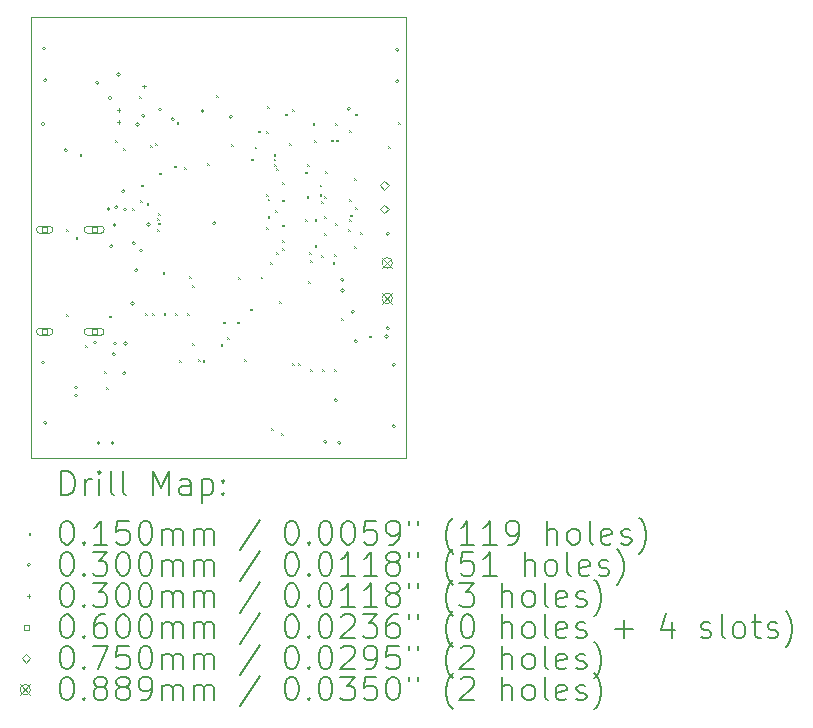
<source format=gbr>
%TF.GenerationSoftware,KiCad,Pcbnew,8.0.2*%
%TF.CreationDate,2025-03-06T10:31:46-07:00*%
%TF.ProjectId,kicad,6b696361-642e-46b6-9963-61645f706362,4*%
%TF.SameCoordinates,Original*%
%TF.FileFunction,Drillmap*%
%TF.FilePolarity,Positive*%
%FSLAX45Y45*%
G04 Gerber Fmt 4.5, Leading zero omitted, Abs format (unit mm)*
G04 Created by KiCad (PCBNEW 8.0.2) date 2025-03-06 10:31:46*
%MOMM*%
%LPD*%
G01*
G04 APERTURE LIST*
%ADD10C,0.050000*%
%ADD11C,0.200000*%
%ADD12C,0.100000*%
G04 APERTURE END LIST*
D10*
X12657000Y-9375000D02*
X15837000Y-9375000D01*
X15837000Y-13107000D01*
X12657000Y-13107000D01*
X12657000Y-9375000D01*
D11*
D12*
X12957500Y-11892500D02*
X12972500Y-11907500D01*
X12972500Y-11892500D02*
X12957500Y-11907500D01*
X12957500Y-11169571D02*
X12972500Y-11184571D01*
X12972500Y-11169571D02*
X12957500Y-11184571D01*
X13037500Y-11237500D02*
X13052500Y-11252500D01*
X13052500Y-11237500D02*
X13037500Y-11252500D01*
X13070620Y-10534380D02*
X13085620Y-10549380D01*
X13085620Y-10534380D02*
X13070620Y-10549380D01*
X13115784Y-12149216D02*
X13130784Y-12164216D01*
X13130784Y-12149216D02*
X13115784Y-12164216D01*
X13275784Y-12374216D02*
X13290784Y-12389216D01*
X13290784Y-12374216D02*
X13275784Y-12389216D01*
X13294216Y-12505784D02*
X13309216Y-12520784D01*
X13309216Y-12505784D02*
X13294216Y-12520784D01*
X13322500Y-11902500D02*
X13337500Y-11917500D01*
X13337500Y-11902500D02*
X13322500Y-11917500D01*
X13372500Y-10416069D02*
X13387500Y-10431069D01*
X13387500Y-10416069D02*
X13372500Y-10431069D01*
X13438215Y-10481784D02*
X13453215Y-10496784D01*
X13453215Y-10481784D02*
X13438215Y-10496784D01*
X13512500Y-10992500D02*
X13527500Y-11007500D01*
X13527500Y-10992500D02*
X13512500Y-11007500D01*
X13572500Y-10042500D02*
X13587500Y-10057500D01*
X13587500Y-10042500D02*
X13572500Y-10057500D01*
X13582500Y-10922500D02*
X13597500Y-10937500D01*
X13597500Y-10922500D02*
X13582500Y-10937500D01*
X13592500Y-10792500D02*
X13607500Y-10807500D01*
X13607500Y-10792500D02*
X13592500Y-10807500D01*
X13622500Y-11882500D02*
X13637500Y-11897500D01*
X13637500Y-11882500D02*
X13622500Y-11897500D01*
X13637500Y-10952500D02*
X13652500Y-10967500D01*
X13652500Y-10952500D02*
X13637500Y-10967500D01*
X13666138Y-10460227D02*
X13681138Y-10475227D01*
X13681138Y-10460227D02*
X13666138Y-10475227D01*
X13682500Y-11882500D02*
X13697500Y-11897500D01*
X13697500Y-11882500D02*
X13682500Y-11897500D01*
X13707500Y-10442500D02*
X13722500Y-10457500D01*
X13722500Y-10442500D02*
X13707500Y-10457500D01*
X13726823Y-11168177D02*
X13741823Y-11183177D01*
X13741823Y-11168177D02*
X13726823Y-11183177D01*
X13730000Y-11075045D02*
X13745000Y-11090045D01*
X13745000Y-11075045D02*
X13730000Y-11090045D01*
X13732417Y-11115433D02*
X13747417Y-11130433D01*
X13747417Y-11115433D02*
X13732417Y-11130433D01*
X13732500Y-11032500D02*
X13747500Y-11047500D01*
X13747500Y-11032500D02*
X13732500Y-11047500D01*
X13742500Y-10692500D02*
X13757500Y-10707500D01*
X13757500Y-10692500D02*
X13742500Y-10707500D01*
X13772500Y-11532500D02*
X13787500Y-11547500D01*
X13787500Y-11532500D02*
X13772500Y-11547500D01*
X13782500Y-11882500D02*
X13797500Y-11897500D01*
X13797500Y-11882500D02*
X13782500Y-11897500D01*
X13872500Y-10632500D02*
X13887500Y-10647500D01*
X13887500Y-10632500D02*
X13872500Y-10647500D01*
X13882500Y-11882500D02*
X13897500Y-11897500D01*
X13897500Y-11882500D02*
X13882500Y-11897500D01*
X13892500Y-10267500D02*
X13907500Y-10282500D01*
X13907500Y-10267500D02*
X13892500Y-10282500D01*
X13912500Y-12282500D02*
X13927500Y-12297500D01*
X13927500Y-12282500D02*
X13912500Y-12297500D01*
X13957500Y-10642500D02*
X13972500Y-10657500D01*
X13972500Y-10642500D02*
X13957500Y-10657500D01*
X13982500Y-11882500D02*
X13997500Y-11897500D01*
X13997500Y-11882500D02*
X13982500Y-11897500D01*
X13997500Y-11568697D02*
X14012500Y-11583697D01*
X14012500Y-11568697D02*
X13997500Y-11583697D01*
X14022500Y-11642500D02*
X14037500Y-11657500D01*
X14037500Y-11642500D02*
X14022500Y-11657500D01*
X14022500Y-12132500D02*
X14037500Y-12147500D01*
X14037500Y-12132500D02*
X14022500Y-12147500D01*
X14072500Y-12272500D02*
X14087500Y-12287500D01*
X14087500Y-12272500D02*
X14072500Y-12287500D01*
X14112500Y-12282500D02*
X14127500Y-12297500D01*
X14127500Y-12282500D02*
X14112500Y-12297500D01*
X14150958Y-10608948D02*
X14165958Y-10623948D01*
X14165958Y-10608948D02*
X14150958Y-10623948D01*
X14227500Y-10032500D02*
X14242500Y-10047500D01*
X14242500Y-10032500D02*
X14227500Y-10047500D01*
X14264500Y-12142500D02*
X14279500Y-12157500D01*
X14279500Y-12142500D02*
X14264500Y-12157500D01*
X14282500Y-11952500D02*
X14297500Y-11967500D01*
X14297500Y-11952500D02*
X14282500Y-11967500D01*
X14322500Y-12082500D02*
X14337500Y-12097500D01*
X14337500Y-12082500D02*
X14322500Y-12097500D01*
X14352500Y-10452500D02*
X14367500Y-10467500D01*
X14367500Y-10452500D02*
X14352500Y-10467500D01*
X14402500Y-11952500D02*
X14417500Y-11967500D01*
X14417500Y-11952500D02*
X14402500Y-11967500D01*
X14412500Y-11577500D02*
X14427500Y-11592500D01*
X14427500Y-11577500D02*
X14412500Y-11592500D01*
X14462500Y-12272500D02*
X14477500Y-12287500D01*
X14477500Y-12272500D02*
X14462500Y-12287500D01*
X14512500Y-11842500D02*
X14527500Y-11857500D01*
X14527500Y-11842500D02*
X14512500Y-11857500D01*
X14522500Y-10572500D02*
X14537500Y-10587500D01*
X14537500Y-10572500D02*
X14522500Y-10587500D01*
X14552500Y-10472500D02*
X14567500Y-10487500D01*
X14567500Y-10472500D02*
X14552500Y-10487500D01*
X14584143Y-10336069D02*
X14599143Y-10351069D01*
X14599143Y-10336069D02*
X14584143Y-10351069D01*
X14602500Y-11572500D02*
X14617500Y-11587500D01*
X14617500Y-11572500D02*
X14602500Y-11587500D01*
X14648301Y-11152500D02*
X14663301Y-11167500D01*
X14663301Y-11152500D02*
X14648301Y-11167500D01*
X14648302Y-10874380D02*
X14663302Y-10889380D01*
X14663302Y-10874380D02*
X14648302Y-10889380D01*
X14652500Y-10342500D02*
X14667500Y-10357500D01*
X14667500Y-10342500D02*
X14652500Y-10357500D01*
X14660671Y-10129351D02*
X14675671Y-10144351D01*
X14675671Y-10129351D02*
X14660671Y-10144351D01*
X14662500Y-11062500D02*
X14677500Y-11077500D01*
X14677500Y-11062500D02*
X14662500Y-11077500D01*
X14663338Y-10911447D02*
X14678338Y-10926447D01*
X14678338Y-10911447D02*
X14663338Y-10926447D01*
X14682500Y-11452500D02*
X14697500Y-11467500D01*
X14697500Y-11452500D02*
X14682500Y-11467500D01*
X14691009Y-12857450D02*
X14706009Y-12872450D01*
X14706009Y-12857450D02*
X14691009Y-12872450D01*
X14712500Y-10532500D02*
X14727500Y-10547500D01*
X14727500Y-10532500D02*
X14712500Y-10547500D01*
X14712500Y-10572500D02*
X14727500Y-10587500D01*
X14727500Y-10572500D02*
X14712500Y-10587500D01*
X14714611Y-10616723D02*
X14729611Y-10631723D01*
X14729611Y-10616723D02*
X14714611Y-10631723D01*
X14725846Y-11011270D02*
X14740846Y-11026270D01*
X14740846Y-11011270D02*
X14725846Y-11026270D01*
X14732500Y-10652500D02*
X14747500Y-10667500D01*
X14747500Y-10652500D02*
X14732500Y-10667500D01*
X14733301Y-11367500D02*
X14748301Y-11382500D01*
X14748301Y-11367500D02*
X14733301Y-11382500D01*
X14762500Y-11782500D02*
X14777500Y-11797500D01*
X14777500Y-11782500D02*
X14762500Y-11797500D01*
X14775106Y-12900106D02*
X14790106Y-12915106D01*
X14790106Y-12900106D02*
X14775106Y-12915106D01*
X14782500Y-11332500D02*
X14797500Y-11347500D01*
X14797500Y-11332500D02*
X14782500Y-11347500D01*
X14783301Y-10770000D02*
X14798301Y-10785000D01*
X14798301Y-10770000D02*
X14783301Y-10785000D01*
X14783301Y-10921311D02*
X14798301Y-10936311D01*
X14798301Y-10921311D02*
X14783301Y-10936311D01*
X14783301Y-11263267D02*
X14798301Y-11278267D01*
X14798301Y-11263267D02*
X14783301Y-11278267D01*
X14788301Y-11132500D02*
X14803301Y-11147500D01*
X14803301Y-11132500D02*
X14788301Y-11147500D01*
X14812500Y-10192500D02*
X14827500Y-10207500D01*
X14827500Y-10192500D02*
X14812500Y-10207500D01*
X14842500Y-10442500D02*
X14857500Y-10457500D01*
X14857500Y-10442500D02*
X14842500Y-10457500D01*
X14872500Y-10152500D02*
X14887500Y-10167500D01*
X14887500Y-10152500D02*
X14872500Y-10167500D01*
X14872500Y-12302500D02*
X14887500Y-12317500D01*
X14887500Y-12302500D02*
X14872500Y-12317500D01*
X14922500Y-12302500D02*
X14937500Y-12317500D01*
X14937500Y-12302500D02*
X14922500Y-12317500D01*
X14982500Y-10682500D02*
X14997500Y-10697500D01*
X14997500Y-10682500D02*
X14982500Y-10697500D01*
X14982500Y-11088371D02*
X14997500Y-11103371D01*
X14997500Y-11088371D02*
X14982500Y-11103371D01*
X14992500Y-10892500D02*
X15007500Y-10907500D01*
X15007500Y-10892500D02*
X14992500Y-10907500D01*
X14997500Y-10623000D02*
X15012500Y-10638000D01*
X15012500Y-10623000D02*
X14997500Y-10638000D01*
X15002500Y-11612500D02*
X15017500Y-11627500D01*
X15017500Y-11612500D02*
X15002500Y-11627500D01*
X15014688Y-11365782D02*
X15029688Y-11380782D01*
X15029688Y-11365782D02*
X15014688Y-11380782D01*
X15020466Y-11435466D02*
X15035466Y-11450466D01*
X15035466Y-11435466D02*
X15020466Y-11450466D01*
X15022500Y-12352500D02*
X15037500Y-12367500D01*
X15037500Y-12352500D02*
X15022500Y-12367500D01*
X15042500Y-10272500D02*
X15057500Y-10287500D01*
X15057500Y-10272500D02*
X15042500Y-10287500D01*
X15058106Y-10418106D02*
X15073106Y-10433106D01*
X15073106Y-10418106D02*
X15058106Y-10433106D01*
X15061000Y-11084000D02*
X15076000Y-11099000D01*
X15076000Y-11084000D02*
X15061000Y-11099000D01*
X15061000Y-11302500D02*
X15076000Y-11317500D01*
X15076000Y-11302500D02*
X15061000Y-11317500D01*
X15102500Y-10792500D02*
X15117500Y-10807500D01*
X15117500Y-10792500D02*
X15102500Y-10807500D01*
X15102500Y-10872500D02*
X15117500Y-10887500D01*
X15117500Y-10872500D02*
X15102500Y-10887500D01*
X15112500Y-10932500D02*
X15127500Y-10947500D01*
X15127500Y-10932500D02*
X15112500Y-10947500D01*
X15112500Y-11387500D02*
X15127500Y-11402500D01*
X15127500Y-11387500D02*
X15112500Y-11402500D01*
X15122500Y-12352500D02*
X15137500Y-12367500D01*
X15137500Y-12352500D02*
X15122500Y-12367500D01*
X15141000Y-10892500D02*
X15156000Y-10907500D01*
X15156000Y-10892500D02*
X15141000Y-10907500D01*
X15141000Y-11057500D02*
X15156000Y-11072500D01*
X15156000Y-11057500D02*
X15141000Y-11072500D01*
X15142500Y-11202500D02*
X15157500Y-11217500D01*
X15157500Y-11202500D02*
X15142500Y-11217500D01*
X15149572Y-10680428D02*
X15164572Y-10695428D01*
X15164572Y-10680428D02*
X15149572Y-10695428D01*
X15202500Y-10412500D02*
X15217500Y-10427500D01*
X15217500Y-10412500D02*
X15202500Y-10427500D01*
X15212500Y-11452500D02*
X15227500Y-11467500D01*
X15227500Y-11452500D02*
X15212500Y-11467500D01*
X15222500Y-12352500D02*
X15237500Y-12367500D01*
X15237500Y-12352500D02*
X15222500Y-12367500D01*
X15223817Y-11383817D02*
X15238817Y-11398817D01*
X15238817Y-11383817D02*
X15223817Y-11398817D01*
X15232500Y-11122500D02*
X15247500Y-11137500D01*
X15247500Y-11122500D02*
X15232500Y-11137500D01*
X15233284Y-10271716D02*
X15248284Y-10286716D01*
X15248284Y-10271716D02*
X15233284Y-10286716D01*
X15242500Y-10412500D02*
X15257500Y-10427500D01*
X15257500Y-10412500D02*
X15242500Y-10427500D01*
X15282500Y-11922500D02*
X15297500Y-11937500D01*
X15297500Y-11922500D02*
X15282500Y-11937500D01*
X15342500Y-11172500D02*
X15357500Y-11187500D01*
X15357500Y-11172500D02*
X15342500Y-11187500D01*
X15352500Y-10917500D02*
X15367500Y-10932500D01*
X15367500Y-10917500D02*
X15352500Y-10932500D01*
X15352500Y-11086220D02*
X15367500Y-11101220D01*
X15367500Y-11086220D02*
X15352500Y-11101220D01*
X15354028Y-10334642D02*
X15369028Y-10349642D01*
X15369028Y-10334642D02*
X15354028Y-10349642D01*
X15363489Y-11047759D02*
X15378489Y-11062759D01*
X15378489Y-11047759D02*
X15363489Y-11062759D01*
X15392500Y-11312500D02*
X15407500Y-11327500D01*
X15407500Y-11312500D02*
X15392500Y-11327500D01*
X15397500Y-10737500D02*
X15412500Y-10752500D01*
X15412500Y-10737500D02*
X15397500Y-10752500D01*
X15402500Y-10192500D02*
X15417500Y-10207500D01*
X15417500Y-10192500D02*
X15402500Y-10207500D01*
X15402500Y-10982500D02*
X15417500Y-10997500D01*
X15417500Y-10982500D02*
X15402500Y-10997500D01*
X15442500Y-11192500D02*
X15457500Y-11207500D01*
X15457500Y-11192500D02*
X15442500Y-11207500D01*
X15522500Y-12072500D02*
X15537500Y-12087500D01*
X15537500Y-12072500D02*
X15522500Y-12087500D01*
X15684274Y-10464275D02*
X15699274Y-10479275D01*
X15699274Y-10464275D02*
X15684274Y-10479275D01*
X15767000Y-10262500D02*
X15782000Y-10277500D01*
X15782000Y-10262500D02*
X15767000Y-10277500D01*
X12775000Y-10280000D02*
G75*
G02*
X12745000Y-10280000I-15000J0D01*
G01*
X12745000Y-10280000D02*
G75*
G02*
X12775000Y-10280000I15000J0D01*
G01*
X12775000Y-12300000D02*
G75*
G02*
X12745000Y-12300000I-15000J0D01*
G01*
X12745000Y-12300000D02*
G75*
G02*
X12775000Y-12300000I15000J0D01*
G01*
X12785000Y-9640000D02*
G75*
G02*
X12755000Y-9640000I-15000J0D01*
G01*
X12755000Y-9640000D02*
G75*
G02*
X12785000Y-9640000I15000J0D01*
G01*
X12795000Y-9910000D02*
G75*
G02*
X12765000Y-9910000I-15000J0D01*
G01*
X12765000Y-9910000D02*
G75*
G02*
X12795000Y-9910000I15000J0D01*
G01*
X12795000Y-12810000D02*
G75*
G02*
X12765000Y-12810000I-15000J0D01*
G01*
X12765000Y-12810000D02*
G75*
G02*
X12795000Y-12810000I15000J0D01*
G01*
X12968193Y-10501807D02*
G75*
G02*
X12938193Y-10501807I-15000J0D01*
G01*
X12938193Y-10501807D02*
G75*
G02*
X12968193Y-10501807I15000J0D01*
G01*
X13055000Y-12510000D02*
G75*
G02*
X13025000Y-12510000I-15000J0D01*
G01*
X13025000Y-12510000D02*
G75*
G02*
X13055000Y-12510000I15000J0D01*
G01*
X13055000Y-12580000D02*
G75*
G02*
X13025000Y-12580000I-15000J0D01*
G01*
X13025000Y-12580000D02*
G75*
G02*
X13055000Y-12580000I15000J0D01*
G01*
X13215000Y-12130000D02*
G75*
G02*
X13185000Y-12130000I-15000J0D01*
G01*
X13185000Y-12130000D02*
G75*
G02*
X13215000Y-12130000I15000J0D01*
G01*
X13235000Y-9930000D02*
G75*
G02*
X13205000Y-9930000I-15000J0D01*
G01*
X13205000Y-9930000D02*
G75*
G02*
X13235000Y-9930000I15000J0D01*
G01*
X13245000Y-12980000D02*
G75*
G02*
X13215000Y-12980000I-15000J0D01*
G01*
X13215000Y-12980000D02*
G75*
G02*
X13245000Y-12980000I15000J0D01*
G01*
X13330000Y-11000000D02*
G75*
G02*
X13300000Y-11000000I-15000J0D01*
G01*
X13300000Y-11000000D02*
G75*
G02*
X13330000Y-11000000I15000J0D01*
G01*
X13345000Y-10060000D02*
G75*
G02*
X13315000Y-10060000I-15000J0D01*
G01*
X13315000Y-10060000D02*
G75*
G02*
X13345000Y-10060000I15000J0D01*
G01*
X13354289Y-11315000D02*
G75*
G02*
X13324289Y-11315000I-15000J0D01*
G01*
X13324289Y-11315000D02*
G75*
G02*
X13354289Y-11315000I15000J0D01*
G01*
X13365000Y-12980000D02*
G75*
G02*
X13335000Y-12980000I-15000J0D01*
G01*
X13335000Y-12980000D02*
G75*
G02*
X13365000Y-12980000I15000J0D01*
G01*
X13375000Y-12230000D02*
G75*
G02*
X13345000Y-12230000I-15000J0D01*
G01*
X13345000Y-12230000D02*
G75*
G02*
X13375000Y-12230000I15000J0D01*
G01*
X13380000Y-11135000D02*
G75*
G02*
X13350000Y-11135000I-15000J0D01*
G01*
X13350000Y-11135000D02*
G75*
G02*
X13380000Y-11135000I15000J0D01*
G01*
X13385000Y-12140000D02*
G75*
G02*
X13355000Y-12140000I-15000J0D01*
G01*
X13355000Y-12140000D02*
G75*
G02*
X13385000Y-12140000I15000J0D01*
G01*
X13395000Y-10985000D02*
G75*
G02*
X13365000Y-10985000I-15000J0D01*
G01*
X13365000Y-10985000D02*
G75*
G02*
X13395000Y-10985000I15000J0D01*
G01*
X13415000Y-9860000D02*
G75*
G02*
X13385000Y-9860000I-15000J0D01*
G01*
X13385000Y-9860000D02*
G75*
G02*
X13415000Y-9860000I15000J0D01*
G01*
X13455607Y-10847799D02*
G75*
G02*
X13425607Y-10847799I-15000J0D01*
G01*
X13425607Y-10847799D02*
G75*
G02*
X13455607Y-10847799I15000J0D01*
G01*
X13465000Y-12390000D02*
G75*
G02*
X13435000Y-12390000I-15000J0D01*
G01*
X13435000Y-12390000D02*
G75*
G02*
X13465000Y-12390000I15000J0D01*
G01*
X13470693Y-11004307D02*
G75*
G02*
X13440693Y-11004307I-15000J0D01*
G01*
X13440693Y-11004307D02*
G75*
G02*
X13470693Y-11004307I15000J0D01*
G01*
X13475000Y-12140000D02*
G75*
G02*
X13445000Y-12140000I-15000J0D01*
G01*
X13445000Y-12140000D02*
G75*
G02*
X13475000Y-12140000I15000J0D01*
G01*
X13535000Y-11800000D02*
G75*
G02*
X13505000Y-11800000I-15000J0D01*
G01*
X13505000Y-11800000D02*
G75*
G02*
X13535000Y-11800000I15000J0D01*
G01*
X13545000Y-11290000D02*
G75*
G02*
X13515000Y-11290000I-15000J0D01*
G01*
X13515000Y-11290000D02*
G75*
G02*
X13545000Y-11290000I15000J0D01*
G01*
X13565000Y-11520000D02*
G75*
G02*
X13535000Y-11520000I-15000J0D01*
G01*
X13535000Y-11520000D02*
G75*
G02*
X13565000Y-11520000I15000J0D01*
G01*
X13575000Y-10283856D02*
G75*
G02*
X13545000Y-10283856I-15000J0D01*
G01*
X13545000Y-10283856D02*
G75*
G02*
X13575000Y-10283856I15000J0D01*
G01*
X13605000Y-11350000D02*
G75*
G02*
X13575000Y-11350000I-15000J0D01*
G01*
X13575000Y-11350000D02*
G75*
G02*
X13605000Y-11350000I15000J0D01*
G01*
X13625000Y-10210000D02*
G75*
G02*
X13595000Y-10210000I-15000J0D01*
G01*
X13595000Y-10210000D02*
G75*
G02*
X13625000Y-10210000I15000J0D01*
G01*
X13668548Y-11131452D02*
G75*
G02*
X13638548Y-11131452I-15000J0D01*
G01*
X13638548Y-11131452D02*
G75*
G02*
X13668548Y-11131452I15000J0D01*
G01*
X13765000Y-10157500D02*
G75*
G02*
X13735000Y-10157500I-15000J0D01*
G01*
X13735000Y-10157500D02*
G75*
G02*
X13765000Y-10157500I15000J0D01*
G01*
X13873608Y-10238782D02*
G75*
G02*
X13843608Y-10238782I-15000J0D01*
G01*
X13843608Y-10238782D02*
G75*
G02*
X13873608Y-10238782I15000J0D01*
G01*
X14125000Y-10170000D02*
G75*
G02*
X14095000Y-10170000I-15000J0D01*
G01*
X14095000Y-10170000D02*
G75*
G02*
X14125000Y-10170000I15000J0D01*
G01*
X14225000Y-11120000D02*
G75*
G02*
X14195000Y-11120000I-15000J0D01*
G01*
X14195000Y-11120000D02*
G75*
G02*
X14225000Y-11120000I15000J0D01*
G01*
X14365000Y-10220000D02*
G75*
G02*
X14335000Y-10220000I-15000J0D01*
G01*
X14335000Y-10220000D02*
G75*
G02*
X14365000Y-10220000I15000J0D01*
G01*
X15165000Y-12970000D02*
G75*
G02*
X15135000Y-12970000I-15000J0D01*
G01*
X15135000Y-12970000D02*
G75*
G02*
X15165000Y-12970000I15000J0D01*
G01*
X15255000Y-12620000D02*
G75*
G02*
X15225000Y-12620000I-15000J0D01*
G01*
X15225000Y-12620000D02*
G75*
G02*
X15255000Y-12620000I15000J0D01*
G01*
X15285000Y-12980000D02*
G75*
G02*
X15255000Y-12980000I-15000J0D01*
G01*
X15255000Y-12980000D02*
G75*
G02*
X15285000Y-12980000I15000J0D01*
G01*
X15310000Y-11600000D02*
G75*
G02*
X15280000Y-11600000I-15000J0D01*
G01*
X15280000Y-11600000D02*
G75*
G02*
X15310000Y-11600000I15000J0D01*
G01*
X15310000Y-11690000D02*
G75*
G02*
X15280000Y-11690000I-15000J0D01*
G01*
X15280000Y-11690000D02*
G75*
G02*
X15310000Y-11690000I15000J0D01*
G01*
X15365000Y-10150000D02*
G75*
G02*
X15335000Y-10150000I-15000J0D01*
G01*
X15335000Y-10150000D02*
G75*
G02*
X15365000Y-10150000I15000J0D01*
G01*
X15400000Y-11870000D02*
G75*
G02*
X15370000Y-11870000I-15000J0D01*
G01*
X15370000Y-11870000D02*
G75*
G02*
X15400000Y-11870000I15000J0D01*
G01*
X15425000Y-12120000D02*
G75*
G02*
X15395000Y-12120000I-15000J0D01*
G01*
X15395000Y-12120000D02*
G75*
G02*
X15425000Y-12120000I15000J0D01*
G01*
X15685000Y-12080000D02*
G75*
G02*
X15655000Y-12080000I-15000J0D01*
G01*
X15655000Y-12080000D02*
G75*
G02*
X15685000Y-12080000I15000J0D01*
G01*
X15695000Y-11210000D02*
G75*
G02*
X15665000Y-11210000I-15000J0D01*
G01*
X15665000Y-11210000D02*
G75*
G02*
X15695000Y-11210000I15000J0D01*
G01*
X15695000Y-12010000D02*
G75*
G02*
X15665000Y-12010000I-15000J0D01*
G01*
X15665000Y-12010000D02*
G75*
G02*
X15695000Y-12010000I15000J0D01*
G01*
X15745000Y-12320000D02*
G75*
G02*
X15715000Y-12320000I-15000J0D01*
G01*
X15715000Y-12320000D02*
G75*
G02*
X15745000Y-12320000I15000J0D01*
G01*
X15745000Y-12840000D02*
G75*
G02*
X15715000Y-12840000I-15000J0D01*
G01*
X15715000Y-12840000D02*
G75*
G02*
X15745000Y-12840000I15000J0D01*
G01*
X15775000Y-9650000D02*
G75*
G02*
X15745000Y-9650000I-15000J0D01*
G01*
X15745000Y-9650000D02*
G75*
G02*
X15775000Y-9650000I15000J0D01*
G01*
X15775000Y-9920000D02*
G75*
G02*
X15745000Y-9920000I-15000J0D01*
G01*
X15745000Y-9920000D02*
G75*
G02*
X15775000Y-9920000I15000J0D01*
G01*
X13400000Y-10145000D02*
X13400000Y-10175000D01*
X13385000Y-10160000D02*
X13415000Y-10160000D01*
X13400000Y-10246600D02*
X13400000Y-10276600D01*
X13385000Y-10261600D02*
X13415000Y-10261600D01*
X13615000Y-9947500D02*
X13615000Y-9977500D01*
X13600000Y-9962500D02*
X13630000Y-9962500D01*
X12796213Y-11196463D02*
X12796213Y-11154037D01*
X12753787Y-11154037D01*
X12753787Y-11196463D01*
X12796213Y-11196463D01*
X12815000Y-11145250D02*
X12735000Y-11145250D01*
X12735000Y-11205250D02*
G75*
G02*
X12735000Y-11145250I0J30000D01*
G01*
X12735000Y-11205250D02*
X12815000Y-11205250D01*
X12815000Y-11205250D02*
G75*
G03*
X12815000Y-11145250I0J30000D01*
G01*
X12796213Y-12060463D02*
X12796213Y-12018037D01*
X12753787Y-12018037D01*
X12753787Y-12060463D01*
X12796213Y-12060463D01*
X12815000Y-12009250D02*
X12735000Y-12009250D01*
X12735000Y-12069250D02*
G75*
G02*
X12735000Y-12009250I0J30000D01*
G01*
X12735000Y-12069250D02*
X12815000Y-12069250D01*
X12815000Y-12069250D02*
G75*
G03*
X12815000Y-12009250I0J30000D01*
G01*
X13214213Y-11196463D02*
X13214213Y-11154037D01*
X13171787Y-11154037D01*
X13171787Y-11196463D01*
X13214213Y-11196463D01*
X13248000Y-11145250D02*
X13138000Y-11145250D01*
X13138000Y-11205250D02*
G75*
G02*
X13138000Y-11145250I0J30000D01*
G01*
X13138000Y-11205250D02*
X13248000Y-11205250D01*
X13248000Y-11205250D02*
G75*
G03*
X13248000Y-11145250I0J30000D01*
G01*
X13214213Y-12060463D02*
X13214213Y-12018037D01*
X13171787Y-12018037D01*
X13171787Y-12060463D01*
X13214213Y-12060463D01*
X13248000Y-12009250D02*
X13138000Y-12009250D01*
X13138000Y-12069250D02*
G75*
G02*
X13138000Y-12009250I0J30000D01*
G01*
X13138000Y-12069250D02*
X13248000Y-12069250D01*
X13248000Y-12069250D02*
G75*
G03*
X13248000Y-12009250I0J30000D01*
G01*
X15650000Y-10837500D02*
X15687500Y-10800000D01*
X15650000Y-10762500D01*
X15612500Y-10800000D01*
X15650000Y-10837500D01*
X15650000Y-11037500D02*
X15687500Y-11000000D01*
X15650000Y-10962500D01*
X15612500Y-11000000D01*
X15650000Y-11037500D01*
X15630550Y-11412432D02*
X15719450Y-11501332D01*
X15719450Y-11412432D02*
X15630550Y-11501332D01*
X15719450Y-11456882D02*
G75*
G02*
X15630550Y-11456882I-44450J0D01*
G01*
X15630550Y-11456882D02*
G75*
G02*
X15719450Y-11456882I44450J0D01*
G01*
X15630550Y-11712152D02*
X15719450Y-11801052D01*
X15719450Y-11712152D02*
X15630550Y-11801052D01*
X15719450Y-11756602D02*
G75*
G02*
X15630550Y-11756602I-44450J0D01*
G01*
X15630550Y-11756602D02*
G75*
G02*
X15719450Y-11756602I44450J0D01*
G01*
D11*
X12915277Y-13420984D02*
X12915277Y-13220984D01*
X12915277Y-13220984D02*
X12962896Y-13220984D01*
X12962896Y-13220984D02*
X12991467Y-13230508D01*
X12991467Y-13230508D02*
X13010515Y-13249555D01*
X13010515Y-13249555D02*
X13020039Y-13268603D01*
X13020039Y-13268603D02*
X13029562Y-13306698D01*
X13029562Y-13306698D02*
X13029562Y-13335269D01*
X13029562Y-13335269D02*
X13020039Y-13373365D01*
X13020039Y-13373365D02*
X13010515Y-13392412D01*
X13010515Y-13392412D02*
X12991467Y-13411460D01*
X12991467Y-13411460D02*
X12962896Y-13420984D01*
X12962896Y-13420984D02*
X12915277Y-13420984D01*
X13115277Y-13420984D02*
X13115277Y-13287650D01*
X13115277Y-13325746D02*
X13124801Y-13306698D01*
X13124801Y-13306698D02*
X13134324Y-13297174D01*
X13134324Y-13297174D02*
X13153372Y-13287650D01*
X13153372Y-13287650D02*
X13172420Y-13287650D01*
X13239086Y-13420984D02*
X13239086Y-13287650D01*
X13239086Y-13220984D02*
X13229562Y-13230508D01*
X13229562Y-13230508D02*
X13239086Y-13240031D01*
X13239086Y-13240031D02*
X13248610Y-13230508D01*
X13248610Y-13230508D02*
X13239086Y-13220984D01*
X13239086Y-13220984D02*
X13239086Y-13240031D01*
X13362896Y-13420984D02*
X13343848Y-13411460D01*
X13343848Y-13411460D02*
X13334324Y-13392412D01*
X13334324Y-13392412D02*
X13334324Y-13220984D01*
X13467658Y-13420984D02*
X13448610Y-13411460D01*
X13448610Y-13411460D02*
X13439086Y-13392412D01*
X13439086Y-13392412D02*
X13439086Y-13220984D01*
X13696229Y-13420984D02*
X13696229Y-13220984D01*
X13696229Y-13220984D02*
X13762896Y-13363841D01*
X13762896Y-13363841D02*
X13829562Y-13220984D01*
X13829562Y-13220984D02*
X13829562Y-13420984D01*
X14010515Y-13420984D02*
X14010515Y-13316222D01*
X14010515Y-13316222D02*
X14000991Y-13297174D01*
X14000991Y-13297174D02*
X13981943Y-13287650D01*
X13981943Y-13287650D02*
X13943848Y-13287650D01*
X13943848Y-13287650D02*
X13924801Y-13297174D01*
X14010515Y-13411460D02*
X13991467Y-13420984D01*
X13991467Y-13420984D02*
X13943848Y-13420984D01*
X13943848Y-13420984D02*
X13924801Y-13411460D01*
X13924801Y-13411460D02*
X13915277Y-13392412D01*
X13915277Y-13392412D02*
X13915277Y-13373365D01*
X13915277Y-13373365D02*
X13924801Y-13354317D01*
X13924801Y-13354317D02*
X13943848Y-13344793D01*
X13943848Y-13344793D02*
X13991467Y-13344793D01*
X13991467Y-13344793D02*
X14010515Y-13335269D01*
X14105753Y-13287650D02*
X14105753Y-13487650D01*
X14105753Y-13297174D02*
X14124801Y-13287650D01*
X14124801Y-13287650D02*
X14162896Y-13287650D01*
X14162896Y-13287650D02*
X14181943Y-13297174D01*
X14181943Y-13297174D02*
X14191467Y-13306698D01*
X14191467Y-13306698D02*
X14200991Y-13325746D01*
X14200991Y-13325746D02*
X14200991Y-13382888D01*
X14200991Y-13382888D02*
X14191467Y-13401936D01*
X14191467Y-13401936D02*
X14181943Y-13411460D01*
X14181943Y-13411460D02*
X14162896Y-13420984D01*
X14162896Y-13420984D02*
X14124801Y-13420984D01*
X14124801Y-13420984D02*
X14105753Y-13411460D01*
X14286705Y-13401936D02*
X14296229Y-13411460D01*
X14296229Y-13411460D02*
X14286705Y-13420984D01*
X14286705Y-13420984D02*
X14277182Y-13411460D01*
X14277182Y-13411460D02*
X14286705Y-13401936D01*
X14286705Y-13401936D02*
X14286705Y-13420984D01*
X14286705Y-13297174D02*
X14296229Y-13306698D01*
X14296229Y-13306698D02*
X14286705Y-13316222D01*
X14286705Y-13316222D02*
X14277182Y-13306698D01*
X14277182Y-13306698D02*
X14286705Y-13297174D01*
X14286705Y-13297174D02*
X14286705Y-13316222D01*
D12*
X12639500Y-13742000D02*
X12654500Y-13757000D01*
X12654500Y-13742000D02*
X12639500Y-13757000D01*
D11*
X12953372Y-13640984D02*
X12972420Y-13640984D01*
X12972420Y-13640984D02*
X12991467Y-13650508D01*
X12991467Y-13650508D02*
X13000991Y-13660031D01*
X13000991Y-13660031D02*
X13010515Y-13679079D01*
X13010515Y-13679079D02*
X13020039Y-13717174D01*
X13020039Y-13717174D02*
X13020039Y-13764793D01*
X13020039Y-13764793D02*
X13010515Y-13802888D01*
X13010515Y-13802888D02*
X13000991Y-13821936D01*
X13000991Y-13821936D02*
X12991467Y-13831460D01*
X12991467Y-13831460D02*
X12972420Y-13840984D01*
X12972420Y-13840984D02*
X12953372Y-13840984D01*
X12953372Y-13840984D02*
X12934324Y-13831460D01*
X12934324Y-13831460D02*
X12924801Y-13821936D01*
X12924801Y-13821936D02*
X12915277Y-13802888D01*
X12915277Y-13802888D02*
X12905753Y-13764793D01*
X12905753Y-13764793D02*
X12905753Y-13717174D01*
X12905753Y-13717174D02*
X12915277Y-13679079D01*
X12915277Y-13679079D02*
X12924801Y-13660031D01*
X12924801Y-13660031D02*
X12934324Y-13650508D01*
X12934324Y-13650508D02*
X12953372Y-13640984D01*
X13105753Y-13821936D02*
X13115277Y-13831460D01*
X13115277Y-13831460D02*
X13105753Y-13840984D01*
X13105753Y-13840984D02*
X13096229Y-13831460D01*
X13096229Y-13831460D02*
X13105753Y-13821936D01*
X13105753Y-13821936D02*
X13105753Y-13840984D01*
X13305753Y-13840984D02*
X13191467Y-13840984D01*
X13248610Y-13840984D02*
X13248610Y-13640984D01*
X13248610Y-13640984D02*
X13229562Y-13669555D01*
X13229562Y-13669555D02*
X13210515Y-13688603D01*
X13210515Y-13688603D02*
X13191467Y-13698127D01*
X13486705Y-13640984D02*
X13391467Y-13640984D01*
X13391467Y-13640984D02*
X13381943Y-13736222D01*
X13381943Y-13736222D02*
X13391467Y-13726698D01*
X13391467Y-13726698D02*
X13410515Y-13717174D01*
X13410515Y-13717174D02*
X13458134Y-13717174D01*
X13458134Y-13717174D02*
X13477182Y-13726698D01*
X13477182Y-13726698D02*
X13486705Y-13736222D01*
X13486705Y-13736222D02*
X13496229Y-13755269D01*
X13496229Y-13755269D02*
X13496229Y-13802888D01*
X13496229Y-13802888D02*
X13486705Y-13821936D01*
X13486705Y-13821936D02*
X13477182Y-13831460D01*
X13477182Y-13831460D02*
X13458134Y-13840984D01*
X13458134Y-13840984D02*
X13410515Y-13840984D01*
X13410515Y-13840984D02*
X13391467Y-13831460D01*
X13391467Y-13831460D02*
X13381943Y-13821936D01*
X13620039Y-13640984D02*
X13639086Y-13640984D01*
X13639086Y-13640984D02*
X13658134Y-13650508D01*
X13658134Y-13650508D02*
X13667658Y-13660031D01*
X13667658Y-13660031D02*
X13677182Y-13679079D01*
X13677182Y-13679079D02*
X13686705Y-13717174D01*
X13686705Y-13717174D02*
X13686705Y-13764793D01*
X13686705Y-13764793D02*
X13677182Y-13802888D01*
X13677182Y-13802888D02*
X13667658Y-13821936D01*
X13667658Y-13821936D02*
X13658134Y-13831460D01*
X13658134Y-13831460D02*
X13639086Y-13840984D01*
X13639086Y-13840984D02*
X13620039Y-13840984D01*
X13620039Y-13840984D02*
X13600991Y-13831460D01*
X13600991Y-13831460D02*
X13591467Y-13821936D01*
X13591467Y-13821936D02*
X13581943Y-13802888D01*
X13581943Y-13802888D02*
X13572420Y-13764793D01*
X13572420Y-13764793D02*
X13572420Y-13717174D01*
X13572420Y-13717174D02*
X13581943Y-13679079D01*
X13581943Y-13679079D02*
X13591467Y-13660031D01*
X13591467Y-13660031D02*
X13600991Y-13650508D01*
X13600991Y-13650508D02*
X13620039Y-13640984D01*
X13772420Y-13840984D02*
X13772420Y-13707650D01*
X13772420Y-13726698D02*
X13781943Y-13717174D01*
X13781943Y-13717174D02*
X13800991Y-13707650D01*
X13800991Y-13707650D02*
X13829563Y-13707650D01*
X13829563Y-13707650D02*
X13848610Y-13717174D01*
X13848610Y-13717174D02*
X13858134Y-13736222D01*
X13858134Y-13736222D02*
X13858134Y-13840984D01*
X13858134Y-13736222D02*
X13867658Y-13717174D01*
X13867658Y-13717174D02*
X13886705Y-13707650D01*
X13886705Y-13707650D02*
X13915277Y-13707650D01*
X13915277Y-13707650D02*
X13934324Y-13717174D01*
X13934324Y-13717174D02*
X13943848Y-13736222D01*
X13943848Y-13736222D02*
X13943848Y-13840984D01*
X14039086Y-13840984D02*
X14039086Y-13707650D01*
X14039086Y-13726698D02*
X14048610Y-13717174D01*
X14048610Y-13717174D02*
X14067658Y-13707650D01*
X14067658Y-13707650D02*
X14096229Y-13707650D01*
X14096229Y-13707650D02*
X14115277Y-13717174D01*
X14115277Y-13717174D02*
X14124801Y-13736222D01*
X14124801Y-13736222D02*
X14124801Y-13840984D01*
X14124801Y-13736222D02*
X14134324Y-13717174D01*
X14134324Y-13717174D02*
X14153372Y-13707650D01*
X14153372Y-13707650D02*
X14181943Y-13707650D01*
X14181943Y-13707650D02*
X14200991Y-13717174D01*
X14200991Y-13717174D02*
X14210515Y-13736222D01*
X14210515Y-13736222D02*
X14210515Y-13840984D01*
X14600991Y-13631460D02*
X14429563Y-13888603D01*
X14858134Y-13640984D02*
X14877182Y-13640984D01*
X14877182Y-13640984D02*
X14896229Y-13650508D01*
X14896229Y-13650508D02*
X14905753Y-13660031D01*
X14905753Y-13660031D02*
X14915277Y-13679079D01*
X14915277Y-13679079D02*
X14924801Y-13717174D01*
X14924801Y-13717174D02*
X14924801Y-13764793D01*
X14924801Y-13764793D02*
X14915277Y-13802888D01*
X14915277Y-13802888D02*
X14905753Y-13821936D01*
X14905753Y-13821936D02*
X14896229Y-13831460D01*
X14896229Y-13831460D02*
X14877182Y-13840984D01*
X14877182Y-13840984D02*
X14858134Y-13840984D01*
X14858134Y-13840984D02*
X14839086Y-13831460D01*
X14839086Y-13831460D02*
X14829563Y-13821936D01*
X14829563Y-13821936D02*
X14820039Y-13802888D01*
X14820039Y-13802888D02*
X14810515Y-13764793D01*
X14810515Y-13764793D02*
X14810515Y-13717174D01*
X14810515Y-13717174D02*
X14820039Y-13679079D01*
X14820039Y-13679079D02*
X14829563Y-13660031D01*
X14829563Y-13660031D02*
X14839086Y-13650508D01*
X14839086Y-13650508D02*
X14858134Y-13640984D01*
X15010515Y-13821936D02*
X15020039Y-13831460D01*
X15020039Y-13831460D02*
X15010515Y-13840984D01*
X15010515Y-13840984D02*
X15000991Y-13831460D01*
X15000991Y-13831460D02*
X15010515Y-13821936D01*
X15010515Y-13821936D02*
X15010515Y-13840984D01*
X15143848Y-13640984D02*
X15162896Y-13640984D01*
X15162896Y-13640984D02*
X15181944Y-13650508D01*
X15181944Y-13650508D02*
X15191467Y-13660031D01*
X15191467Y-13660031D02*
X15200991Y-13679079D01*
X15200991Y-13679079D02*
X15210515Y-13717174D01*
X15210515Y-13717174D02*
X15210515Y-13764793D01*
X15210515Y-13764793D02*
X15200991Y-13802888D01*
X15200991Y-13802888D02*
X15191467Y-13821936D01*
X15191467Y-13821936D02*
X15181944Y-13831460D01*
X15181944Y-13831460D02*
X15162896Y-13840984D01*
X15162896Y-13840984D02*
X15143848Y-13840984D01*
X15143848Y-13840984D02*
X15124801Y-13831460D01*
X15124801Y-13831460D02*
X15115277Y-13821936D01*
X15115277Y-13821936D02*
X15105753Y-13802888D01*
X15105753Y-13802888D02*
X15096229Y-13764793D01*
X15096229Y-13764793D02*
X15096229Y-13717174D01*
X15096229Y-13717174D02*
X15105753Y-13679079D01*
X15105753Y-13679079D02*
X15115277Y-13660031D01*
X15115277Y-13660031D02*
X15124801Y-13650508D01*
X15124801Y-13650508D02*
X15143848Y-13640984D01*
X15334325Y-13640984D02*
X15353372Y-13640984D01*
X15353372Y-13640984D02*
X15372420Y-13650508D01*
X15372420Y-13650508D02*
X15381944Y-13660031D01*
X15381944Y-13660031D02*
X15391467Y-13679079D01*
X15391467Y-13679079D02*
X15400991Y-13717174D01*
X15400991Y-13717174D02*
X15400991Y-13764793D01*
X15400991Y-13764793D02*
X15391467Y-13802888D01*
X15391467Y-13802888D02*
X15381944Y-13821936D01*
X15381944Y-13821936D02*
X15372420Y-13831460D01*
X15372420Y-13831460D02*
X15353372Y-13840984D01*
X15353372Y-13840984D02*
X15334325Y-13840984D01*
X15334325Y-13840984D02*
X15315277Y-13831460D01*
X15315277Y-13831460D02*
X15305753Y-13821936D01*
X15305753Y-13821936D02*
X15296229Y-13802888D01*
X15296229Y-13802888D02*
X15286706Y-13764793D01*
X15286706Y-13764793D02*
X15286706Y-13717174D01*
X15286706Y-13717174D02*
X15296229Y-13679079D01*
X15296229Y-13679079D02*
X15305753Y-13660031D01*
X15305753Y-13660031D02*
X15315277Y-13650508D01*
X15315277Y-13650508D02*
X15334325Y-13640984D01*
X15581944Y-13640984D02*
X15486706Y-13640984D01*
X15486706Y-13640984D02*
X15477182Y-13736222D01*
X15477182Y-13736222D02*
X15486706Y-13726698D01*
X15486706Y-13726698D02*
X15505753Y-13717174D01*
X15505753Y-13717174D02*
X15553372Y-13717174D01*
X15553372Y-13717174D02*
X15572420Y-13726698D01*
X15572420Y-13726698D02*
X15581944Y-13736222D01*
X15581944Y-13736222D02*
X15591467Y-13755269D01*
X15591467Y-13755269D02*
X15591467Y-13802888D01*
X15591467Y-13802888D02*
X15581944Y-13821936D01*
X15581944Y-13821936D02*
X15572420Y-13831460D01*
X15572420Y-13831460D02*
X15553372Y-13840984D01*
X15553372Y-13840984D02*
X15505753Y-13840984D01*
X15505753Y-13840984D02*
X15486706Y-13831460D01*
X15486706Y-13831460D02*
X15477182Y-13821936D01*
X15686706Y-13840984D02*
X15724801Y-13840984D01*
X15724801Y-13840984D02*
X15743848Y-13831460D01*
X15743848Y-13831460D02*
X15753372Y-13821936D01*
X15753372Y-13821936D02*
X15772420Y-13793365D01*
X15772420Y-13793365D02*
X15781944Y-13755269D01*
X15781944Y-13755269D02*
X15781944Y-13679079D01*
X15781944Y-13679079D02*
X15772420Y-13660031D01*
X15772420Y-13660031D02*
X15762896Y-13650508D01*
X15762896Y-13650508D02*
X15743848Y-13640984D01*
X15743848Y-13640984D02*
X15705753Y-13640984D01*
X15705753Y-13640984D02*
X15686706Y-13650508D01*
X15686706Y-13650508D02*
X15677182Y-13660031D01*
X15677182Y-13660031D02*
X15667658Y-13679079D01*
X15667658Y-13679079D02*
X15667658Y-13726698D01*
X15667658Y-13726698D02*
X15677182Y-13745746D01*
X15677182Y-13745746D02*
X15686706Y-13755269D01*
X15686706Y-13755269D02*
X15705753Y-13764793D01*
X15705753Y-13764793D02*
X15743848Y-13764793D01*
X15743848Y-13764793D02*
X15762896Y-13755269D01*
X15762896Y-13755269D02*
X15772420Y-13745746D01*
X15772420Y-13745746D02*
X15781944Y-13726698D01*
X15858134Y-13640984D02*
X15858134Y-13679079D01*
X15934325Y-13640984D02*
X15934325Y-13679079D01*
X16229563Y-13917174D02*
X16220039Y-13907650D01*
X16220039Y-13907650D02*
X16200991Y-13879079D01*
X16200991Y-13879079D02*
X16191468Y-13860031D01*
X16191468Y-13860031D02*
X16181944Y-13831460D01*
X16181944Y-13831460D02*
X16172420Y-13783841D01*
X16172420Y-13783841D02*
X16172420Y-13745746D01*
X16172420Y-13745746D02*
X16181944Y-13698127D01*
X16181944Y-13698127D02*
X16191468Y-13669555D01*
X16191468Y-13669555D02*
X16200991Y-13650508D01*
X16200991Y-13650508D02*
X16220039Y-13621936D01*
X16220039Y-13621936D02*
X16229563Y-13612412D01*
X16410515Y-13840984D02*
X16296229Y-13840984D01*
X16353372Y-13840984D02*
X16353372Y-13640984D01*
X16353372Y-13640984D02*
X16334325Y-13669555D01*
X16334325Y-13669555D02*
X16315277Y-13688603D01*
X16315277Y-13688603D02*
X16296229Y-13698127D01*
X16600991Y-13840984D02*
X16486706Y-13840984D01*
X16543848Y-13840984D02*
X16543848Y-13640984D01*
X16543848Y-13640984D02*
X16524801Y-13669555D01*
X16524801Y-13669555D02*
X16505753Y-13688603D01*
X16505753Y-13688603D02*
X16486706Y-13698127D01*
X16696229Y-13840984D02*
X16734325Y-13840984D01*
X16734325Y-13840984D02*
X16753372Y-13831460D01*
X16753372Y-13831460D02*
X16762896Y-13821936D01*
X16762896Y-13821936D02*
X16781944Y-13793365D01*
X16781944Y-13793365D02*
X16791468Y-13755269D01*
X16791468Y-13755269D02*
X16791468Y-13679079D01*
X16791468Y-13679079D02*
X16781944Y-13660031D01*
X16781944Y-13660031D02*
X16772420Y-13650508D01*
X16772420Y-13650508D02*
X16753372Y-13640984D01*
X16753372Y-13640984D02*
X16715277Y-13640984D01*
X16715277Y-13640984D02*
X16696229Y-13650508D01*
X16696229Y-13650508D02*
X16686706Y-13660031D01*
X16686706Y-13660031D02*
X16677182Y-13679079D01*
X16677182Y-13679079D02*
X16677182Y-13726698D01*
X16677182Y-13726698D02*
X16686706Y-13745746D01*
X16686706Y-13745746D02*
X16696229Y-13755269D01*
X16696229Y-13755269D02*
X16715277Y-13764793D01*
X16715277Y-13764793D02*
X16753372Y-13764793D01*
X16753372Y-13764793D02*
X16772420Y-13755269D01*
X16772420Y-13755269D02*
X16781944Y-13745746D01*
X16781944Y-13745746D02*
X16791468Y-13726698D01*
X17029563Y-13840984D02*
X17029563Y-13640984D01*
X17115277Y-13840984D02*
X17115277Y-13736222D01*
X17115277Y-13736222D02*
X17105753Y-13717174D01*
X17105753Y-13717174D02*
X17086706Y-13707650D01*
X17086706Y-13707650D02*
X17058134Y-13707650D01*
X17058134Y-13707650D02*
X17039087Y-13717174D01*
X17039087Y-13717174D02*
X17029563Y-13726698D01*
X17239087Y-13840984D02*
X17220039Y-13831460D01*
X17220039Y-13831460D02*
X17210515Y-13821936D01*
X17210515Y-13821936D02*
X17200992Y-13802888D01*
X17200992Y-13802888D02*
X17200992Y-13745746D01*
X17200992Y-13745746D02*
X17210515Y-13726698D01*
X17210515Y-13726698D02*
X17220039Y-13717174D01*
X17220039Y-13717174D02*
X17239087Y-13707650D01*
X17239087Y-13707650D02*
X17267658Y-13707650D01*
X17267658Y-13707650D02*
X17286706Y-13717174D01*
X17286706Y-13717174D02*
X17296230Y-13726698D01*
X17296230Y-13726698D02*
X17305753Y-13745746D01*
X17305753Y-13745746D02*
X17305753Y-13802888D01*
X17305753Y-13802888D02*
X17296230Y-13821936D01*
X17296230Y-13821936D02*
X17286706Y-13831460D01*
X17286706Y-13831460D02*
X17267658Y-13840984D01*
X17267658Y-13840984D02*
X17239087Y-13840984D01*
X17420039Y-13840984D02*
X17400992Y-13831460D01*
X17400992Y-13831460D02*
X17391468Y-13812412D01*
X17391468Y-13812412D02*
X17391468Y-13640984D01*
X17572420Y-13831460D02*
X17553373Y-13840984D01*
X17553373Y-13840984D02*
X17515277Y-13840984D01*
X17515277Y-13840984D02*
X17496230Y-13831460D01*
X17496230Y-13831460D02*
X17486706Y-13812412D01*
X17486706Y-13812412D02*
X17486706Y-13736222D01*
X17486706Y-13736222D02*
X17496230Y-13717174D01*
X17496230Y-13717174D02*
X17515277Y-13707650D01*
X17515277Y-13707650D02*
X17553373Y-13707650D01*
X17553373Y-13707650D02*
X17572420Y-13717174D01*
X17572420Y-13717174D02*
X17581944Y-13736222D01*
X17581944Y-13736222D02*
X17581944Y-13755269D01*
X17581944Y-13755269D02*
X17486706Y-13774317D01*
X17658134Y-13831460D02*
X17677182Y-13840984D01*
X17677182Y-13840984D02*
X17715277Y-13840984D01*
X17715277Y-13840984D02*
X17734325Y-13831460D01*
X17734325Y-13831460D02*
X17743849Y-13812412D01*
X17743849Y-13812412D02*
X17743849Y-13802888D01*
X17743849Y-13802888D02*
X17734325Y-13783841D01*
X17734325Y-13783841D02*
X17715277Y-13774317D01*
X17715277Y-13774317D02*
X17686706Y-13774317D01*
X17686706Y-13774317D02*
X17667658Y-13764793D01*
X17667658Y-13764793D02*
X17658134Y-13745746D01*
X17658134Y-13745746D02*
X17658134Y-13736222D01*
X17658134Y-13736222D02*
X17667658Y-13717174D01*
X17667658Y-13717174D02*
X17686706Y-13707650D01*
X17686706Y-13707650D02*
X17715277Y-13707650D01*
X17715277Y-13707650D02*
X17734325Y-13717174D01*
X17810515Y-13917174D02*
X17820039Y-13907650D01*
X17820039Y-13907650D02*
X17839087Y-13879079D01*
X17839087Y-13879079D02*
X17848611Y-13860031D01*
X17848611Y-13860031D02*
X17858134Y-13831460D01*
X17858134Y-13831460D02*
X17867658Y-13783841D01*
X17867658Y-13783841D02*
X17867658Y-13745746D01*
X17867658Y-13745746D02*
X17858134Y-13698127D01*
X17858134Y-13698127D02*
X17848611Y-13669555D01*
X17848611Y-13669555D02*
X17839087Y-13650508D01*
X17839087Y-13650508D02*
X17820039Y-13621936D01*
X17820039Y-13621936D02*
X17810515Y-13612412D01*
D12*
X12654500Y-14013500D02*
G75*
G02*
X12624500Y-14013500I-15000J0D01*
G01*
X12624500Y-14013500D02*
G75*
G02*
X12654500Y-14013500I15000J0D01*
G01*
D11*
X12953372Y-13904984D02*
X12972420Y-13904984D01*
X12972420Y-13904984D02*
X12991467Y-13914508D01*
X12991467Y-13914508D02*
X13000991Y-13924031D01*
X13000991Y-13924031D02*
X13010515Y-13943079D01*
X13010515Y-13943079D02*
X13020039Y-13981174D01*
X13020039Y-13981174D02*
X13020039Y-14028793D01*
X13020039Y-14028793D02*
X13010515Y-14066888D01*
X13010515Y-14066888D02*
X13000991Y-14085936D01*
X13000991Y-14085936D02*
X12991467Y-14095460D01*
X12991467Y-14095460D02*
X12972420Y-14104984D01*
X12972420Y-14104984D02*
X12953372Y-14104984D01*
X12953372Y-14104984D02*
X12934324Y-14095460D01*
X12934324Y-14095460D02*
X12924801Y-14085936D01*
X12924801Y-14085936D02*
X12915277Y-14066888D01*
X12915277Y-14066888D02*
X12905753Y-14028793D01*
X12905753Y-14028793D02*
X12905753Y-13981174D01*
X12905753Y-13981174D02*
X12915277Y-13943079D01*
X12915277Y-13943079D02*
X12924801Y-13924031D01*
X12924801Y-13924031D02*
X12934324Y-13914508D01*
X12934324Y-13914508D02*
X12953372Y-13904984D01*
X13105753Y-14085936D02*
X13115277Y-14095460D01*
X13115277Y-14095460D02*
X13105753Y-14104984D01*
X13105753Y-14104984D02*
X13096229Y-14095460D01*
X13096229Y-14095460D02*
X13105753Y-14085936D01*
X13105753Y-14085936D02*
X13105753Y-14104984D01*
X13181943Y-13904984D02*
X13305753Y-13904984D01*
X13305753Y-13904984D02*
X13239086Y-13981174D01*
X13239086Y-13981174D02*
X13267658Y-13981174D01*
X13267658Y-13981174D02*
X13286705Y-13990698D01*
X13286705Y-13990698D02*
X13296229Y-14000222D01*
X13296229Y-14000222D02*
X13305753Y-14019269D01*
X13305753Y-14019269D02*
X13305753Y-14066888D01*
X13305753Y-14066888D02*
X13296229Y-14085936D01*
X13296229Y-14085936D02*
X13286705Y-14095460D01*
X13286705Y-14095460D02*
X13267658Y-14104984D01*
X13267658Y-14104984D02*
X13210515Y-14104984D01*
X13210515Y-14104984D02*
X13191467Y-14095460D01*
X13191467Y-14095460D02*
X13181943Y-14085936D01*
X13429562Y-13904984D02*
X13448610Y-13904984D01*
X13448610Y-13904984D02*
X13467658Y-13914508D01*
X13467658Y-13914508D02*
X13477182Y-13924031D01*
X13477182Y-13924031D02*
X13486705Y-13943079D01*
X13486705Y-13943079D02*
X13496229Y-13981174D01*
X13496229Y-13981174D02*
X13496229Y-14028793D01*
X13496229Y-14028793D02*
X13486705Y-14066888D01*
X13486705Y-14066888D02*
X13477182Y-14085936D01*
X13477182Y-14085936D02*
X13467658Y-14095460D01*
X13467658Y-14095460D02*
X13448610Y-14104984D01*
X13448610Y-14104984D02*
X13429562Y-14104984D01*
X13429562Y-14104984D02*
X13410515Y-14095460D01*
X13410515Y-14095460D02*
X13400991Y-14085936D01*
X13400991Y-14085936D02*
X13391467Y-14066888D01*
X13391467Y-14066888D02*
X13381943Y-14028793D01*
X13381943Y-14028793D02*
X13381943Y-13981174D01*
X13381943Y-13981174D02*
X13391467Y-13943079D01*
X13391467Y-13943079D02*
X13400991Y-13924031D01*
X13400991Y-13924031D02*
X13410515Y-13914508D01*
X13410515Y-13914508D02*
X13429562Y-13904984D01*
X13620039Y-13904984D02*
X13639086Y-13904984D01*
X13639086Y-13904984D02*
X13658134Y-13914508D01*
X13658134Y-13914508D02*
X13667658Y-13924031D01*
X13667658Y-13924031D02*
X13677182Y-13943079D01*
X13677182Y-13943079D02*
X13686705Y-13981174D01*
X13686705Y-13981174D02*
X13686705Y-14028793D01*
X13686705Y-14028793D02*
X13677182Y-14066888D01*
X13677182Y-14066888D02*
X13667658Y-14085936D01*
X13667658Y-14085936D02*
X13658134Y-14095460D01*
X13658134Y-14095460D02*
X13639086Y-14104984D01*
X13639086Y-14104984D02*
X13620039Y-14104984D01*
X13620039Y-14104984D02*
X13600991Y-14095460D01*
X13600991Y-14095460D02*
X13591467Y-14085936D01*
X13591467Y-14085936D02*
X13581943Y-14066888D01*
X13581943Y-14066888D02*
X13572420Y-14028793D01*
X13572420Y-14028793D02*
X13572420Y-13981174D01*
X13572420Y-13981174D02*
X13581943Y-13943079D01*
X13581943Y-13943079D02*
X13591467Y-13924031D01*
X13591467Y-13924031D02*
X13600991Y-13914508D01*
X13600991Y-13914508D02*
X13620039Y-13904984D01*
X13772420Y-14104984D02*
X13772420Y-13971650D01*
X13772420Y-13990698D02*
X13781943Y-13981174D01*
X13781943Y-13981174D02*
X13800991Y-13971650D01*
X13800991Y-13971650D02*
X13829563Y-13971650D01*
X13829563Y-13971650D02*
X13848610Y-13981174D01*
X13848610Y-13981174D02*
X13858134Y-14000222D01*
X13858134Y-14000222D02*
X13858134Y-14104984D01*
X13858134Y-14000222D02*
X13867658Y-13981174D01*
X13867658Y-13981174D02*
X13886705Y-13971650D01*
X13886705Y-13971650D02*
X13915277Y-13971650D01*
X13915277Y-13971650D02*
X13934324Y-13981174D01*
X13934324Y-13981174D02*
X13943848Y-14000222D01*
X13943848Y-14000222D02*
X13943848Y-14104984D01*
X14039086Y-14104984D02*
X14039086Y-13971650D01*
X14039086Y-13990698D02*
X14048610Y-13981174D01*
X14048610Y-13981174D02*
X14067658Y-13971650D01*
X14067658Y-13971650D02*
X14096229Y-13971650D01*
X14096229Y-13971650D02*
X14115277Y-13981174D01*
X14115277Y-13981174D02*
X14124801Y-14000222D01*
X14124801Y-14000222D02*
X14124801Y-14104984D01*
X14124801Y-14000222D02*
X14134324Y-13981174D01*
X14134324Y-13981174D02*
X14153372Y-13971650D01*
X14153372Y-13971650D02*
X14181943Y-13971650D01*
X14181943Y-13971650D02*
X14200991Y-13981174D01*
X14200991Y-13981174D02*
X14210515Y-14000222D01*
X14210515Y-14000222D02*
X14210515Y-14104984D01*
X14600991Y-13895460D02*
X14429563Y-14152603D01*
X14858134Y-13904984D02*
X14877182Y-13904984D01*
X14877182Y-13904984D02*
X14896229Y-13914508D01*
X14896229Y-13914508D02*
X14905753Y-13924031D01*
X14905753Y-13924031D02*
X14915277Y-13943079D01*
X14915277Y-13943079D02*
X14924801Y-13981174D01*
X14924801Y-13981174D02*
X14924801Y-14028793D01*
X14924801Y-14028793D02*
X14915277Y-14066888D01*
X14915277Y-14066888D02*
X14905753Y-14085936D01*
X14905753Y-14085936D02*
X14896229Y-14095460D01*
X14896229Y-14095460D02*
X14877182Y-14104984D01*
X14877182Y-14104984D02*
X14858134Y-14104984D01*
X14858134Y-14104984D02*
X14839086Y-14095460D01*
X14839086Y-14095460D02*
X14829563Y-14085936D01*
X14829563Y-14085936D02*
X14820039Y-14066888D01*
X14820039Y-14066888D02*
X14810515Y-14028793D01*
X14810515Y-14028793D02*
X14810515Y-13981174D01*
X14810515Y-13981174D02*
X14820039Y-13943079D01*
X14820039Y-13943079D02*
X14829563Y-13924031D01*
X14829563Y-13924031D02*
X14839086Y-13914508D01*
X14839086Y-13914508D02*
X14858134Y-13904984D01*
X15010515Y-14085936D02*
X15020039Y-14095460D01*
X15020039Y-14095460D02*
X15010515Y-14104984D01*
X15010515Y-14104984D02*
X15000991Y-14095460D01*
X15000991Y-14095460D02*
X15010515Y-14085936D01*
X15010515Y-14085936D02*
X15010515Y-14104984D01*
X15143848Y-13904984D02*
X15162896Y-13904984D01*
X15162896Y-13904984D02*
X15181944Y-13914508D01*
X15181944Y-13914508D02*
X15191467Y-13924031D01*
X15191467Y-13924031D02*
X15200991Y-13943079D01*
X15200991Y-13943079D02*
X15210515Y-13981174D01*
X15210515Y-13981174D02*
X15210515Y-14028793D01*
X15210515Y-14028793D02*
X15200991Y-14066888D01*
X15200991Y-14066888D02*
X15191467Y-14085936D01*
X15191467Y-14085936D02*
X15181944Y-14095460D01*
X15181944Y-14095460D02*
X15162896Y-14104984D01*
X15162896Y-14104984D02*
X15143848Y-14104984D01*
X15143848Y-14104984D02*
X15124801Y-14095460D01*
X15124801Y-14095460D02*
X15115277Y-14085936D01*
X15115277Y-14085936D02*
X15105753Y-14066888D01*
X15105753Y-14066888D02*
X15096229Y-14028793D01*
X15096229Y-14028793D02*
X15096229Y-13981174D01*
X15096229Y-13981174D02*
X15105753Y-13943079D01*
X15105753Y-13943079D02*
X15115277Y-13924031D01*
X15115277Y-13924031D02*
X15124801Y-13914508D01*
X15124801Y-13914508D02*
X15143848Y-13904984D01*
X15400991Y-14104984D02*
X15286706Y-14104984D01*
X15343848Y-14104984D02*
X15343848Y-13904984D01*
X15343848Y-13904984D02*
X15324801Y-13933555D01*
X15324801Y-13933555D02*
X15305753Y-13952603D01*
X15305753Y-13952603D02*
X15286706Y-13962127D01*
X15591467Y-14104984D02*
X15477182Y-14104984D01*
X15534325Y-14104984D02*
X15534325Y-13904984D01*
X15534325Y-13904984D02*
X15515277Y-13933555D01*
X15515277Y-13933555D02*
X15496229Y-13952603D01*
X15496229Y-13952603D02*
X15477182Y-13962127D01*
X15705753Y-13990698D02*
X15686706Y-13981174D01*
X15686706Y-13981174D02*
X15677182Y-13971650D01*
X15677182Y-13971650D02*
X15667658Y-13952603D01*
X15667658Y-13952603D02*
X15667658Y-13943079D01*
X15667658Y-13943079D02*
X15677182Y-13924031D01*
X15677182Y-13924031D02*
X15686706Y-13914508D01*
X15686706Y-13914508D02*
X15705753Y-13904984D01*
X15705753Y-13904984D02*
X15743848Y-13904984D01*
X15743848Y-13904984D02*
X15762896Y-13914508D01*
X15762896Y-13914508D02*
X15772420Y-13924031D01*
X15772420Y-13924031D02*
X15781944Y-13943079D01*
X15781944Y-13943079D02*
X15781944Y-13952603D01*
X15781944Y-13952603D02*
X15772420Y-13971650D01*
X15772420Y-13971650D02*
X15762896Y-13981174D01*
X15762896Y-13981174D02*
X15743848Y-13990698D01*
X15743848Y-13990698D02*
X15705753Y-13990698D01*
X15705753Y-13990698D02*
X15686706Y-14000222D01*
X15686706Y-14000222D02*
X15677182Y-14009746D01*
X15677182Y-14009746D02*
X15667658Y-14028793D01*
X15667658Y-14028793D02*
X15667658Y-14066888D01*
X15667658Y-14066888D02*
X15677182Y-14085936D01*
X15677182Y-14085936D02*
X15686706Y-14095460D01*
X15686706Y-14095460D02*
X15705753Y-14104984D01*
X15705753Y-14104984D02*
X15743848Y-14104984D01*
X15743848Y-14104984D02*
X15762896Y-14095460D01*
X15762896Y-14095460D02*
X15772420Y-14085936D01*
X15772420Y-14085936D02*
X15781944Y-14066888D01*
X15781944Y-14066888D02*
X15781944Y-14028793D01*
X15781944Y-14028793D02*
X15772420Y-14009746D01*
X15772420Y-14009746D02*
X15762896Y-14000222D01*
X15762896Y-14000222D02*
X15743848Y-13990698D01*
X15858134Y-13904984D02*
X15858134Y-13943079D01*
X15934325Y-13904984D02*
X15934325Y-13943079D01*
X16229563Y-14181174D02*
X16220039Y-14171650D01*
X16220039Y-14171650D02*
X16200991Y-14143079D01*
X16200991Y-14143079D02*
X16191468Y-14124031D01*
X16191468Y-14124031D02*
X16181944Y-14095460D01*
X16181944Y-14095460D02*
X16172420Y-14047841D01*
X16172420Y-14047841D02*
X16172420Y-14009746D01*
X16172420Y-14009746D02*
X16181944Y-13962127D01*
X16181944Y-13962127D02*
X16191468Y-13933555D01*
X16191468Y-13933555D02*
X16200991Y-13914508D01*
X16200991Y-13914508D02*
X16220039Y-13885936D01*
X16220039Y-13885936D02*
X16229563Y-13876412D01*
X16400991Y-13904984D02*
X16305753Y-13904984D01*
X16305753Y-13904984D02*
X16296229Y-14000222D01*
X16296229Y-14000222D02*
X16305753Y-13990698D01*
X16305753Y-13990698D02*
X16324801Y-13981174D01*
X16324801Y-13981174D02*
X16372420Y-13981174D01*
X16372420Y-13981174D02*
X16391468Y-13990698D01*
X16391468Y-13990698D02*
X16400991Y-14000222D01*
X16400991Y-14000222D02*
X16410515Y-14019269D01*
X16410515Y-14019269D02*
X16410515Y-14066888D01*
X16410515Y-14066888D02*
X16400991Y-14085936D01*
X16400991Y-14085936D02*
X16391468Y-14095460D01*
X16391468Y-14095460D02*
X16372420Y-14104984D01*
X16372420Y-14104984D02*
X16324801Y-14104984D01*
X16324801Y-14104984D02*
X16305753Y-14095460D01*
X16305753Y-14095460D02*
X16296229Y-14085936D01*
X16600991Y-14104984D02*
X16486706Y-14104984D01*
X16543848Y-14104984D02*
X16543848Y-13904984D01*
X16543848Y-13904984D02*
X16524801Y-13933555D01*
X16524801Y-13933555D02*
X16505753Y-13952603D01*
X16505753Y-13952603D02*
X16486706Y-13962127D01*
X16839087Y-14104984D02*
X16839087Y-13904984D01*
X16924801Y-14104984D02*
X16924801Y-14000222D01*
X16924801Y-14000222D02*
X16915277Y-13981174D01*
X16915277Y-13981174D02*
X16896230Y-13971650D01*
X16896230Y-13971650D02*
X16867658Y-13971650D01*
X16867658Y-13971650D02*
X16848611Y-13981174D01*
X16848611Y-13981174D02*
X16839087Y-13990698D01*
X17048611Y-14104984D02*
X17029563Y-14095460D01*
X17029563Y-14095460D02*
X17020039Y-14085936D01*
X17020039Y-14085936D02*
X17010515Y-14066888D01*
X17010515Y-14066888D02*
X17010515Y-14009746D01*
X17010515Y-14009746D02*
X17020039Y-13990698D01*
X17020039Y-13990698D02*
X17029563Y-13981174D01*
X17029563Y-13981174D02*
X17048611Y-13971650D01*
X17048611Y-13971650D02*
X17077182Y-13971650D01*
X17077182Y-13971650D02*
X17096230Y-13981174D01*
X17096230Y-13981174D02*
X17105753Y-13990698D01*
X17105753Y-13990698D02*
X17115277Y-14009746D01*
X17115277Y-14009746D02*
X17115277Y-14066888D01*
X17115277Y-14066888D02*
X17105753Y-14085936D01*
X17105753Y-14085936D02*
X17096230Y-14095460D01*
X17096230Y-14095460D02*
X17077182Y-14104984D01*
X17077182Y-14104984D02*
X17048611Y-14104984D01*
X17229563Y-14104984D02*
X17210515Y-14095460D01*
X17210515Y-14095460D02*
X17200992Y-14076412D01*
X17200992Y-14076412D02*
X17200992Y-13904984D01*
X17381944Y-14095460D02*
X17362896Y-14104984D01*
X17362896Y-14104984D02*
X17324801Y-14104984D01*
X17324801Y-14104984D02*
X17305753Y-14095460D01*
X17305753Y-14095460D02*
X17296230Y-14076412D01*
X17296230Y-14076412D02*
X17296230Y-14000222D01*
X17296230Y-14000222D02*
X17305753Y-13981174D01*
X17305753Y-13981174D02*
X17324801Y-13971650D01*
X17324801Y-13971650D02*
X17362896Y-13971650D01*
X17362896Y-13971650D02*
X17381944Y-13981174D01*
X17381944Y-13981174D02*
X17391468Y-14000222D01*
X17391468Y-14000222D02*
X17391468Y-14019269D01*
X17391468Y-14019269D02*
X17296230Y-14038317D01*
X17467658Y-14095460D02*
X17486706Y-14104984D01*
X17486706Y-14104984D02*
X17524801Y-14104984D01*
X17524801Y-14104984D02*
X17543849Y-14095460D01*
X17543849Y-14095460D02*
X17553373Y-14076412D01*
X17553373Y-14076412D02*
X17553373Y-14066888D01*
X17553373Y-14066888D02*
X17543849Y-14047841D01*
X17543849Y-14047841D02*
X17524801Y-14038317D01*
X17524801Y-14038317D02*
X17496230Y-14038317D01*
X17496230Y-14038317D02*
X17477182Y-14028793D01*
X17477182Y-14028793D02*
X17467658Y-14009746D01*
X17467658Y-14009746D02*
X17467658Y-14000222D01*
X17467658Y-14000222D02*
X17477182Y-13981174D01*
X17477182Y-13981174D02*
X17496230Y-13971650D01*
X17496230Y-13971650D02*
X17524801Y-13971650D01*
X17524801Y-13971650D02*
X17543849Y-13981174D01*
X17620039Y-14181174D02*
X17629563Y-14171650D01*
X17629563Y-14171650D02*
X17648611Y-14143079D01*
X17648611Y-14143079D02*
X17658134Y-14124031D01*
X17658134Y-14124031D02*
X17667658Y-14095460D01*
X17667658Y-14095460D02*
X17677182Y-14047841D01*
X17677182Y-14047841D02*
X17677182Y-14009746D01*
X17677182Y-14009746D02*
X17667658Y-13962127D01*
X17667658Y-13962127D02*
X17658134Y-13933555D01*
X17658134Y-13933555D02*
X17648611Y-13914508D01*
X17648611Y-13914508D02*
X17629563Y-13885936D01*
X17629563Y-13885936D02*
X17620039Y-13876412D01*
D12*
X12639500Y-14262500D02*
X12639500Y-14292500D01*
X12624500Y-14277500D02*
X12654500Y-14277500D01*
D11*
X12953372Y-14168984D02*
X12972420Y-14168984D01*
X12972420Y-14168984D02*
X12991467Y-14178508D01*
X12991467Y-14178508D02*
X13000991Y-14188031D01*
X13000991Y-14188031D02*
X13010515Y-14207079D01*
X13010515Y-14207079D02*
X13020039Y-14245174D01*
X13020039Y-14245174D02*
X13020039Y-14292793D01*
X13020039Y-14292793D02*
X13010515Y-14330888D01*
X13010515Y-14330888D02*
X13000991Y-14349936D01*
X13000991Y-14349936D02*
X12991467Y-14359460D01*
X12991467Y-14359460D02*
X12972420Y-14368984D01*
X12972420Y-14368984D02*
X12953372Y-14368984D01*
X12953372Y-14368984D02*
X12934324Y-14359460D01*
X12934324Y-14359460D02*
X12924801Y-14349936D01*
X12924801Y-14349936D02*
X12915277Y-14330888D01*
X12915277Y-14330888D02*
X12905753Y-14292793D01*
X12905753Y-14292793D02*
X12905753Y-14245174D01*
X12905753Y-14245174D02*
X12915277Y-14207079D01*
X12915277Y-14207079D02*
X12924801Y-14188031D01*
X12924801Y-14188031D02*
X12934324Y-14178508D01*
X12934324Y-14178508D02*
X12953372Y-14168984D01*
X13105753Y-14349936D02*
X13115277Y-14359460D01*
X13115277Y-14359460D02*
X13105753Y-14368984D01*
X13105753Y-14368984D02*
X13096229Y-14359460D01*
X13096229Y-14359460D02*
X13105753Y-14349936D01*
X13105753Y-14349936D02*
X13105753Y-14368984D01*
X13181943Y-14168984D02*
X13305753Y-14168984D01*
X13305753Y-14168984D02*
X13239086Y-14245174D01*
X13239086Y-14245174D02*
X13267658Y-14245174D01*
X13267658Y-14245174D02*
X13286705Y-14254698D01*
X13286705Y-14254698D02*
X13296229Y-14264222D01*
X13296229Y-14264222D02*
X13305753Y-14283269D01*
X13305753Y-14283269D02*
X13305753Y-14330888D01*
X13305753Y-14330888D02*
X13296229Y-14349936D01*
X13296229Y-14349936D02*
X13286705Y-14359460D01*
X13286705Y-14359460D02*
X13267658Y-14368984D01*
X13267658Y-14368984D02*
X13210515Y-14368984D01*
X13210515Y-14368984D02*
X13191467Y-14359460D01*
X13191467Y-14359460D02*
X13181943Y-14349936D01*
X13429562Y-14168984D02*
X13448610Y-14168984D01*
X13448610Y-14168984D02*
X13467658Y-14178508D01*
X13467658Y-14178508D02*
X13477182Y-14188031D01*
X13477182Y-14188031D02*
X13486705Y-14207079D01*
X13486705Y-14207079D02*
X13496229Y-14245174D01*
X13496229Y-14245174D02*
X13496229Y-14292793D01*
X13496229Y-14292793D02*
X13486705Y-14330888D01*
X13486705Y-14330888D02*
X13477182Y-14349936D01*
X13477182Y-14349936D02*
X13467658Y-14359460D01*
X13467658Y-14359460D02*
X13448610Y-14368984D01*
X13448610Y-14368984D02*
X13429562Y-14368984D01*
X13429562Y-14368984D02*
X13410515Y-14359460D01*
X13410515Y-14359460D02*
X13400991Y-14349936D01*
X13400991Y-14349936D02*
X13391467Y-14330888D01*
X13391467Y-14330888D02*
X13381943Y-14292793D01*
X13381943Y-14292793D02*
X13381943Y-14245174D01*
X13381943Y-14245174D02*
X13391467Y-14207079D01*
X13391467Y-14207079D02*
X13400991Y-14188031D01*
X13400991Y-14188031D02*
X13410515Y-14178508D01*
X13410515Y-14178508D02*
X13429562Y-14168984D01*
X13620039Y-14168984D02*
X13639086Y-14168984D01*
X13639086Y-14168984D02*
X13658134Y-14178508D01*
X13658134Y-14178508D02*
X13667658Y-14188031D01*
X13667658Y-14188031D02*
X13677182Y-14207079D01*
X13677182Y-14207079D02*
X13686705Y-14245174D01*
X13686705Y-14245174D02*
X13686705Y-14292793D01*
X13686705Y-14292793D02*
X13677182Y-14330888D01*
X13677182Y-14330888D02*
X13667658Y-14349936D01*
X13667658Y-14349936D02*
X13658134Y-14359460D01*
X13658134Y-14359460D02*
X13639086Y-14368984D01*
X13639086Y-14368984D02*
X13620039Y-14368984D01*
X13620039Y-14368984D02*
X13600991Y-14359460D01*
X13600991Y-14359460D02*
X13591467Y-14349936D01*
X13591467Y-14349936D02*
X13581943Y-14330888D01*
X13581943Y-14330888D02*
X13572420Y-14292793D01*
X13572420Y-14292793D02*
X13572420Y-14245174D01*
X13572420Y-14245174D02*
X13581943Y-14207079D01*
X13581943Y-14207079D02*
X13591467Y-14188031D01*
X13591467Y-14188031D02*
X13600991Y-14178508D01*
X13600991Y-14178508D02*
X13620039Y-14168984D01*
X13772420Y-14368984D02*
X13772420Y-14235650D01*
X13772420Y-14254698D02*
X13781943Y-14245174D01*
X13781943Y-14245174D02*
X13800991Y-14235650D01*
X13800991Y-14235650D02*
X13829563Y-14235650D01*
X13829563Y-14235650D02*
X13848610Y-14245174D01*
X13848610Y-14245174D02*
X13858134Y-14264222D01*
X13858134Y-14264222D02*
X13858134Y-14368984D01*
X13858134Y-14264222D02*
X13867658Y-14245174D01*
X13867658Y-14245174D02*
X13886705Y-14235650D01*
X13886705Y-14235650D02*
X13915277Y-14235650D01*
X13915277Y-14235650D02*
X13934324Y-14245174D01*
X13934324Y-14245174D02*
X13943848Y-14264222D01*
X13943848Y-14264222D02*
X13943848Y-14368984D01*
X14039086Y-14368984D02*
X14039086Y-14235650D01*
X14039086Y-14254698D02*
X14048610Y-14245174D01*
X14048610Y-14245174D02*
X14067658Y-14235650D01*
X14067658Y-14235650D02*
X14096229Y-14235650D01*
X14096229Y-14235650D02*
X14115277Y-14245174D01*
X14115277Y-14245174D02*
X14124801Y-14264222D01*
X14124801Y-14264222D02*
X14124801Y-14368984D01*
X14124801Y-14264222D02*
X14134324Y-14245174D01*
X14134324Y-14245174D02*
X14153372Y-14235650D01*
X14153372Y-14235650D02*
X14181943Y-14235650D01*
X14181943Y-14235650D02*
X14200991Y-14245174D01*
X14200991Y-14245174D02*
X14210515Y-14264222D01*
X14210515Y-14264222D02*
X14210515Y-14368984D01*
X14600991Y-14159460D02*
X14429563Y-14416603D01*
X14858134Y-14168984D02*
X14877182Y-14168984D01*
X14877182Y-14168984D02*
X14896229Y-14178508D01*
X14896229Y-14178508D02*
X14905753Y-14188031D01*
X14905753Y-14188031D02*
X14915277Y-14207079D01*
X14915277Y-14207079D02*
X14924801Y-14245174D01*
X14924801Y-14245174D02*
X14924801Y-14292793D01*
X14924801Y-14292793D02*
X14915277Y-14330888D01*
X14915277Y-14330888D02*
X14905753Y-14349936D01*
X14905753Y-14349936D02*
X14896229Y-14359460D01*
X14896229Y-14359460D02*
X14877182Y-14368984D01*
X14877182Y-14368984D02*
X14858134Y-14368984D01*
X14858134Y-14368984D02*
X14839086Y-14359460D01*
X14839086Y-14359460D02*
X14829563Y-14349936D01*
X14829563Y-14349936D02*
X14820039Y-14330888D01*
X14820039Y-14330888D02*
X14810515Y-14292793D01*
X14810515Y-14292793D02*
X14810515Y-14245174D01*
X14810515Y-14245174D02*
X14820039Y-14207079D01*
X14820039Y-14207079D02*
X14829563Y-14188031D01*
X14829563Y-14188031D02*
X14839086Y-14178508D01*
X14839086Y-14178508D02*
X14858134Y-14168984D01*
X15010515Y-14349936D02*
X15020039Y-14359460D01*
X15020039Y-14359460D02*
X15010515Y-14368984D01*
X15010515Y-14368984D02*
X15000991Y-14359460D01*
X15000991Y-14359460D02*
X15010515Y-14349936D01*
X15010515Y-14349936D02*
X15010515Y-14368984D01*
X15143848Y-14168984D02*
X15162896Y-14168984D01*
X15162896Y-14168984D02*
X15181944Y-14178508D01*
X15181944Y-14178508D02*
X15191467Y-14188031D01*
X15191467Y-14188031D02*
X15200991Y-14207079D01*
X15200991Y-14207079D02*
X15210515Y-14245174D01*
X15210515Y-14245174D02*
X15210515Y-14292793D01*
X15210515Y-14292793D02*
X15200991Y-14330888D01*
X15200991Y-14330888D02*
X15191467Y-14349936D01*
X15191467Y-14349936D02*
X15181944Y-14359460D01*
X15181944Y-14359460D02*
X15162896Y-14368984D01*
X15162896Y-14368984D02*
X15143848Y-14368984D01*
X15143848Y-14368984D02*
X15124801Y-14359460D01*
X15124801Y-14359460D02*
X15115277Y-14349936D01*
X15115277Y-14349936D02*
X15105753Y-14330888D01*
X15105753Y-14330888D02*
X15096229Y-14292793D01*
X15096229Y-14292793D02*
X15096229Y-14245174D01*
X15096229Y-14245174D02*
X15105753Y-14207079D01*
X15105753Y-14207079D02*
X15115277Y-14188031D01*
X15115277Y-14188031D02*
X15124801Y-14178508D01*
X15124801Y-14178508D02*
X15143848Y-14168984D01*
X15400991Y-14368984D02*
X15286706Y-14368984D01*
X15343848Y-14368984D02*
X15343848Y-14168984D01*
X15343848Y-14168984D02*
X15324801Y-14197555D01*
X15324801Y-14197555D02*
X15305753Y-14216603D01*
X15305753Y-14216603D02*
X15286706Y-14226127D01*
X15591467Y-14368984D02*
X15477182Y-14368984D01*
X15534325Y-14368984D02*
X15534325Y-14168984D01*
X15534325Y-14168984D02*
X15515277Y-14197555D01*
X15515277Y-14197555D02*
X15496229Y-14216603D01*
X15496229Y-14216603D02*
X15477182Y-14226127D01*
X15705753Y-14254698D02*
X15686706Y-14245174D01*
X15686706Y-14245174D02*
X15677182Y-14235650D01*
X15677182Y-14235650D02*
X15667658Y-14216603D01*
X15667658Y-14216603D02*
X15667658Y-14207079D01*
X15667658Y-14207079D02*
X15677182Y-14188031D01*
X15677182Y-14188031D02*
X15686706Y-14178508D01*
X15686706Y-14178508D02*
X15705753Y-14168984D01*
X15705753Y-14168984D02*
X15743848Y-14168984D01*
X15743848Y-14168984D02*
X15762896Y-14178508D01*
X15762896Y-14178508D02*
X15772420Y-14188031D01*
X15772420Y-14188031D02*
X15781944Y-14207079D01*
X15781944Y-14207079D02*
X15781944Y-14216603D01*
X15781944Y-14216603D02*
X15772420Y-14235650D01*
X15772420Y-14235650D02*
X15762896Y-14245174D01*
X15762896Y-14245174D02*
X15743848Y-14254698D01*
X15743848Y-14254698D02*
X15705753Y-14254698D01*
X15705753Y-14254698D02*
X15686706Y-14264222D01*
X15686706Y-14264222D02*
X15677182Y-14273746D01*
X15677182Y-14273746D02*
X15667658Y-14292793D01*
X15667658Y-14292793D02*
X15667658Y-14330888D01*
X15667658Y-14330888D02*
X15677182Y-14349936D01*
X15677182Y-14349936D02*
X15686706Y-14359460D01*
X15686706Y-14359460D02*
X15705753Y-14368984D01*
X15705753Y-14368984D02*
X15743848Y-14368984D01*
X15743848Y-14368984D02*
X15762896Y-14359460D01*
X15762896Y-14359460D02*
X15772420Y-14349936D01*
X15772420Y-14349936D02*
X15781944Y-14330888D01*
X15781944Y-14330888D02*
X15781944Y-14292793D01*
X15781944Y-14292793D02*
X15772420Y-14273746D01*
X15772420Y-14273746D02*
X15762896Y-14264222D01*
X15762896Y-14264222D02*
X15743848Y-14254698D01*
X15858134Y-14168984D02*
X15858134Y-14207079D01*
X15934325Y-14168984D02*
X15934325Y-14207079D01*
X16229563Y-14445174D02*
X16220039Y-14435650D01*
X16220039Y-14435650D02*
X16200991Y-14407079D01*
X16200991Y-14407079D02*
X16191468Y-14388031D01*
X16191468Y-14388031D02*
X16181944Y-14359460D01*
X16181944Y-14359460D02*
X16172420Y-14311841D01*
X16172420Y-14311841D02*
X16172420Y-14273746D01*
X16172420Y-14273746D02*
X16181944Y-14226127D01*
X16181944Y-14226127D02*
X16191468Y-14197555D01*
X16191468Y-14197555D02*
X16200991Y-14178508D01*
X16200991Y-14178508D02*
X16220039Y-14149936D01*
X16220039Y-14149936D02*
X16229563Y-14140412D01*
X16286706Y-14168984D02*
X16410515Y-14168984D01*
X16410515Y-14168984D02*
X16343848Y-14245174D01*
X16343848Y-14245174D02*
X16372420Y-14245174D01*
X16372420Y-14245174D02*
X16391468Y-14254698D01*
X16391468Y-14254698D02*
X16400991Y-14264222D01*
X16400991Y-14264222D02*
X16410515Y-14283269D01*
X16410515Y-14283269D02*
X16410515Y-14330888D01*
X16410515Y-14330888D02*
X16400991Y-14349936D01*
X16400991Y-14349936D02*
X16391468Y-14359460D01*
X16391468Y-14359460D02*
X16372420Y-14368984D01*
X16372420Y-14368984D02*
X16315277Y-14368984D01*
X16315277Y-14368984D02*
X16296229Y-14359460D01*
X16296229Y-14359460D02*
X16286706Y-14349936D01*
X16648610Y-14368984D02*
X16648610Y-14168984D01*
X16734325Y-14368984D02*
X16734325Y-14264222D01*
X16734325Y-14264222D02*
X16724801Y-14245174D01*
X16724801Y-14245174D02*
X16705753Y-14235650D01*
X16705753Y-14235650D02*
X16677182Y-14235650D01*
X16677182Y-14235650D02*
X16658134Y-14245174D01*
X16658134Y-14245174D02*
X16648610Y-14254698D01*
X16858134Y-14368984D02*
X16839087Y-14359460D01*
X16839087Y-14359460D02*
X16829563Y-14349936D01*
X16829563Y-14349936D02*
X16820039Y-14330888D01*
X16820039Y-14330888D02*
X16820039Y-14273746D01*
X16820039Y-14273746D02*
X16829563Y-14254698D01*
X16829563Y-14254698D02*
X16839087Y-14245174D01*
X16839087Y-14245174D02*
X16858134Y-14235650D01*
X16858134Y-14235650D02*
X16886706Y-14235650D01*
X16886706Y-14235650D02*
X16905753Y-14245174D01*
X16905753Y-14245174D02*
X16915277Y-14254698D01*
X16915277Y-14254698D02*
X16924801Y-14273746D01*
X16924801Y-14273746D02*
X16924801Y-14330888D01*
X16924801Y-14330888D02*
X16915277Y-14349936D01*
X16915277Y-14349936D02*
X16905753Y-14359460D01*
X16905753Y-14359460D02*
X16886706Y-14368984D01*
X16886706Y-14368984D02*
X16858134Y-14368984D01*
X17039087Y-14368984D02*
X17020039Y-14359460D01*
X17020039Y-14359460D02*
X17010515Y-14340412D01*
X17010515Y-14340412D02*
X17010515Y-14168984D01*
X17191468Y-14359460D02*
X17172420Y-14368984D01*
X17172420Y-14368984D02*
X17134325Y-14368984D01*
X17134325Y-14368984D02*
X17115277Y-14359460D01*
X17115277Y-14359460D02*
X17105753Y-14340412D01*
X17105753Y-14340412D02*
X17105753Y-14264222D01*
X17105753Y-14264222D02*
X17115277Y-14245174D01*
X17115277Y-14245174D02*
X17134325Y-14235650D01*
X17134325Y-14235650D02*
X17172420Y-14235650D01*
X17172420Y-14235650D02*
X17191468Y-14245174D01*
X17191468Y-14245174D02*
X17200992Y-14264222D01*
X17200992Y-14264222D02*
X17200992Y-14283269D01*
X17200992Y-14283269D02*
X17105753Y-14302317D01*
X17277182Y-14359460D02*
X17296230Y-14368984D01*
X17296230Y-14368984D02*
X17334325Y-14368984D01*
X17334325Y-14368984D02*
X17353373Y-14359460D01*
X17353373Y-14359460D02*
X17362896Y-14340412D01*
X17362896Y-14340412D02*
X17362896Y-14330888D01*
X17362896Y-14330888D02*
X17353373Y-14311841D01*
X17353373Y-14311841D02*
X17334325Y-14302317D01*
X17334325Y-14302317D02*
X17305753Y-14302317D01*
X17305753Y-14302317D02*
X17286706Y-14292793D01*
X17286706Y-14292793D02*
X17277182Y-14273746D01*
X17277182Y-14273746D02*
X17277182Y-14264222D01*
X17277182Y-14264222D02*
X17286706Y-14245174D01*
X17286706Y-14245174D02*
X17305753Y-14235650D01*
X17305753Y-14235650D02*
X17334325Y-14235650D01*
X17334325Y-14235650D02*
X17353373Y-14245174D01*
X17429563Y-14445174D02*
X17439087Y-14435650D01*
X17439087Y-14435650D02*
X17458134Y-14407079D01*
X17458134Y-14407079D02*
X17467658Y-14388031D01*
X17467658Y-14388031D02*
X17477182Y-14359460D01*
X17477182Y-14359460D02*
X17486706Y-14311841D01*
X17486706Y-14311841D02*
X17486706Y-14273746D01*
X17486706Y-14273746D02*
X17477182Y-14226127D01*
X17477182Y-14226127D02*
X17467658Y-14197555D01*
X17467658Y-14197555D02*
X17458134Y-14178508D01*
X17458134Y-14178508D02*
X17439087Y-14149936D01*
X17439087Y-14149936D02*
X17429563Y-14140412D01*
D12*
X12645713Y-14562713D02*
X12645713Y-14520287D01*
X12603287Y-14520287D01*
X12603287Y-14562713D01*
X12645713Y-14562713D01*
D11*
X12953372Y-14432984D02*
X12972420Y-14432984D01*
X12972420Y-14432984D02*
X12991467Y-14442508D01*
X12991467Y-14442508D02*
X13000991Y-14452031D01*
X13000991Y-14452031D02*
X13010515Y-14471079D01*
X13010515Y-14471079D02*
X13020039Y-14509174D01*
X13020039Y-14509174D02*
X13020039Y-14556793D01*
X13020039Y-14556793D02*
X13010515Y-14594888D01*
X13010515Y-14594888D02*
X13000991Y-14613936D01*
X13000991Y-14613936D02*
X12991467Y-14623460D01*
X12991467Y-14623460D02*
X12972420Y-14632984D01*
X12972420Y-14632984D02*
X12953372Y-14632984D01*
X12953372Y-14632984D02*
X12934324Y-14623460D01*
X12934324Y-14623460D02*
X12924801Y-14613936D01*
X12924801Y-14613936D02*
X12915277Y-14594888D01*
X12915277Y-14594888D02*
X12905753Y-14556793D01*
X12905753Y-14556793D02*
X12905753Y-14509174D01*
X12905753Y-14509174D02*
X12915277Y-14471079D01*
X12915277Y-14471079D02*
X12924801Y-14452031D01*
X12924801Y-14452031D02*
X12934324Y-14442508D01*
X12934324Y-14442508D02*
X12953372Y-14432984D01*
X13105753Y-14613936D02*
X13115277Y-14623460D01*
X13115277Y-14623460D02*
X13105753Y-14632984D01*
X13105753Y-14632984D02*
X13096229Y-14623460D01*
X13096229Y-14623460D02*
X13105753Y-14613936D01*
X13105753Y-14613936D02*
X13105753Y-14632984D01*
X13286705Y-14432984D02*
X13248610Y-14432984D01*
X13248610Y-14432984D02*
X13229562Y-14442508D01*
X13229562Y-14442508D02*
X13220039Y-14452031D01*
X13220039Y-14452031D02*
X13200991Y-14480603D01*
X13200991Y-14480603D02*
X13191467Y-14518698D01*
X13191467Y-14518698D02*
X13191467Y-14594888D01*
X13191467Y-14594888D02*
X13200991Y-14613936D01*
X13200991Y-14613936D02*
X13210515Y-14623460D01*
X13210515Y-14623460D02*
X13229562Y-14632984D01*
X13229562Y-14632984D02*
X13267658Y-14632984D01*
X13267658Y-14632984D02*
X13286705Y-14623460D01*
X13286705Y-14623460D02*
X13296229Y-14613936D01*
X13296229Y-14613936D02*
X13305753Y-14594888D01*
X13305753Y-14594888D02*
X13305753Y-14547269D01*
X13305753Y-14547269D02*
X13296229Y-14528222D01*
X13296229Y-14528222D02*
X13286705Y-14518698D01*
X13286705Y-14518698D02*
X13267658Y-14509174D01*
X13267658Y-14509174D02*
X13229562Y-14509174D01*
X13229562Y-14509174D02*
X13210515Y-14518698D01*
X13210515Y-14518698D02*
X13200991Y-14528222D01*
X13200991Y-14528222D02*
X13191467Y-14547269D01*
X13429562Y-14432984D02*
X13448610Y-14432984D01*
X13448610Y-14432984D02*
X13467658Y-14442508D01*
X13467658Y-14442508D02*
X13477182Y-14452031D01*
X13477182Y-14452031D02*
X13486705Y-14471079D01*
X13486705Y-14471079D02*
X13496229Y-14509174D01*
X13496229Y-14509174D02*
X13496229Y-14556793D01*
X13496229Y-14556793D02*
X13486705Y-14594888D01*
X13486705Y-14594888D02*
X13477182Y-14613936D01*
X13477182Y-14613936D02*
X13467658Y-14623460D01*
X13467658Y-14623460D02*
X13448610Y-14632984D01*
X13448610Y-14632984D02*
X13429562Y-14632984D01*
X13429562Y-14632984D02*
X13410515Y-14623460D01*
X13410515Y-14623460D02*
X13400991Y-14613936D01*
X13400991Y-14613936D02*
X13391467Y-14594888D01*
X13391467Y-14594888D02*
X13381943Y-14556793D01*
X13381943Y-14556793D02*
X13381943Y-14509174D01*
X13381943Y-14509174D02*
X13391467Y-14471079D01*
X13391467Y-14471079D02*
X13400991Y-14452031D01*
X13400991Y-14452031D02*
X13410515Y-14442508D01*
X13410515Y-14442508D02*
X13429562Y-14432984D01*
X13620039Y-14432984D02*
X13639086Y-14432984D01*
X13639086Y-14432984D02*
X13658134Y-14442508D01*
X13658134Y-14442508D02*
X13667658Y-14452031D01*
X13667658Y-14452031D02*
X13677182Y-14471079D01*
X13677182Y-14471079D02*
X13686705Y-14509174D01*
X13686705Y-14509174D02*
X13686705Y-14556793D01*
X13686705Y-14556793D02*
X13677182Y-14594888D01*
X13677182Y-14594888D02*
X13667658Y-14613936D01*
X13667658Y-14613936D02*
X13658134Y-14623460D01*
X13658134Y-14623460D02*
X13639086Y-14632984D01*
X13639086Y-14632984D02*
X13620039Y-14632984D01*
X13620039Y-14632984D02*
X13600991Y-14623460D01*
X13600991Y-14623460D02*
X13591467Y-14613936D01*
X13591467Y-14613936D02*
X13581943Y-14594888D01*
X13581943Y-14594888D02*
X13572420Y-14556793D01*
X13572420Y-14556793D02*
X13572420Y-14509174D01*
X13572420Y-14509174D02*
X13581943Y-14471079D01*
X13581943Y-14471079D02*
X13591467Y-14452031D01*
X13591467Y-14452031D02*
X13600991Y-14442508D01*
X13600991Y-14442508D02*
X13620039Y-14432984D01*
X13772420Y-14632984D02*
X13772420Y-14499650D01*
X13772420Y-14518698D02*
X13781943Y-14509174D01*
X13781943Y-14509174D02*
X13800991Y-14499650D01*
X13800991Y-14499650D02*
X13829563Y-14499650D01*
X13829563Y-14499650D02*
X13848610Y-14509174D01*
X13848610Y-14509174D02*
X13858134Y-14528222D01*
X13858134Y-14528222D02*
X13858134Y-14632984D01*
X13858134Y-14528222D02*
X13867658Y-14509174D01*
X13867658Y-14509174D02*
X13886705Y-14499650D01*
X13886705Y-14499650D02*
X13915277Y-14499650D01*
X13915277Y-14499650D02*
X13934324Y-14509174D01*
X13934324Y-14509174D02*
X13943848Y-14528222D01*
X13943848Y-14528222D02*
X13943848Y-14632984D01*
X14039086Y-14632984D02*
X14039086Y-14499650D01*
X14039086Y-14518698D02*
X14048610Y-14509174D01*
X14048610Y-14509174D02*
X14067658Y-14499650D01*
X14067658Y-14499650D02*
X14096229Y-14499650D01*
X14096229Y-14499650D02*
X14115277Y-14509174D01*
X14115277Y-14509174D02*
X14124801Y-14528222D01*
X14124801Y-14528222D02*
X14124801Y-14632984D01*
X14124801Y-14528222D02*
X14134324Y-14509174D01*
X14134324Y-14509174D02*
X14153372Y-14499650D01*
X14153372Y-14499650D02*
X14181943Y-14499650D01*
X14181943Y-14499650D02*
X14200991Y-14509174D01*
X14200991Y-14509174D02*
X14210515Y-14528222D01*
X14210515Y-14528222D02*
X14210515Y-14632984D01*
X14600991Y-14423460D02*
X14429563Y-14680603D01*
X14858134Y-14432984D02*
X14877182Y-14432984D01*
X14877182Y-14432984D02*
X14896229Y-14442508D01*
X14896229Y-14442508D02*
X14905753Y-14452031D01*
X14905753Y-14452031D02*
X14915277Y-14471079D01*
X14915277Y-14471079D02*
X14924801Y-14509174D01*
X14924801Y-14509174D02*
X14924801Y-14556793D01*
X14924801Y-14556793D02*
X14915277Y-14594888D01*
X14915277Y-14594888D02*
X14905753Y-14613936D01*
X14905753Y-14613936D02*
X14896229Y-14623460D01*
X14896229Y-14623460D02*
X14877182Y-14632984D01*
X14877182Y-14632984D02*
X14858134Y-14632984D01*
X14858134Y-14632984D02*
X14839086Y-14623460D01*
X14839086Y-14623460D02*
X14829563Y-14613936D01*
X14829563Y-14613936D02*
X14820039Y-14594888D01*
X14820039Y-14594888D02*
X14810515Y-14556793D01*
X14810515Y-14556793D02*
X14810515Y-14509174D01*
X14810515Y-14509174D02*
X14820039Y-14471079D01*
X14820039Y-14471079D02*
X14829563Y-14452031D01*
X14829563Y-14452031D02*
X14839086Y-14442508D01*
X14839086Y-14442508D02*
X14858134Y-14432984D01*
X15010515Y-14613936D02*
X15020039Y-14623460D01*
X15020039Y-14623460D02*
X15010515Y-14632984D01*
X15010515Y-14632984D02*
X15000991Y-14623460D01*
X15000991Y-14623460D02*
X15010515Y-14613936D01*
X15010515Y-14613936D02*
X15010515Y-14632984D01*
X15143848Y-14432984D02*
X15162896Y-14432984D01*
X15162896Y-14432984D02*
X15181944Y-14442508D01*
X15181944Y-14442508D02*
X15191467Y-14452031D01*
X15191467Y-14452031D02*
X15200991Y-14471079D01*
X15200991Y-14471079D02*
X15210515Y-14509174D01*
X15210515Y-14509174D02*
X15210515Y-14556793D01*
X15210515Y-14556793D02*
X15200991Y-14594888D01*
X15200991Y-14594888D02*
X15191467Y-14613936D01*
X15191467Y-14613936D02*
X15181944Y-14623460D01*
X15181944Y-14623460D02*
X15162896Y-14632984D01*
X15162896Y-14632984D02*
X15143848Y-14632984D01*
X15143848Y-14632984D02*
X15124801Y-14623460D01*
X15124801Y-14623460D02*
X15115277Y-14613936D01*
X15115277Y-14613936D02*
X15105753Y-14594888D01*
X15105753Y-14594888D02*
X15096229Y-14556793D01*
X15096229Y-14556793D02*
X15096229Y-14509174D01*
X15096229Y-14509174D02*
X15105753Y-14471079D01*
X15105753Y-14471079D02*
X15115277Y-14452031D01*
X15115277Y-14452031D02*
X15124801Y-14442508D01*
X15124801Y-14442508D02*
X15143848Y-14432984D01*
X15286706Y-14452031D02*
X15296229Y-14442508D01*
X15296229Y-14442508D02*
X15315277Y-14432984D01*
X15315277Y-14432984D02*
X15362896Y-14432984D01*
X15362896Y-14432984D02*
X15381944Y-14442508D01*
X15381944Y-14442508D02*
X15391467Y-14452031D01*
X15391467Y-14452031D02*
X15400991Y-14471079D01*
X15400991Y-14471079D02*
X15400991Y-14490127D01*
X15400991Y-14490127D02*
X15391467Y-14518698D01*
X15391467Y-14518698D02*
X15277182Y-14632984D01*
X15277182Y-14632984D02*
X15400991Y-14632984D01*
X15467658Y-14432984D02*
X15591467Y-14432984D01*
X15591467Y-14432984D02*
X15524801Y-14509174D01*
X15524801Y-14509174D02*
X15553372Y-14509174D01*
X15553372Y-14509174D02*
X15572420Y-14518698D01*
X15572420Y-14518698D02*
X15581944Y-14528222D01*
X15581944Y-14528222D02*
X15591467Y-14547269D01*
X15591467Y-14547269D02*
X15591467Y-14594888D01*
X15591467Y-14594888D02*
X15581944Y-14613936D01*
X15581944Y-14613936D02*
X15572420Y-14623460D01*
X15572420Y-14623460D02*
X15553372Y-14632984D01*
X15553372Y-14632984D02*
X15496229Y-14632984D01*
X15496229Y-14632984D02*
X15477182Y-14623460D01*
X15477182Y-14623460D02*
X15467658Y-14613936D01*
X15762896Y-14432984D02*
X15724801Y-14432984D01*
X15724801Y-14432984D02*
X15705753Y-14442508D01*
X15705753Y-14442508D02*
X15696229Y-14452031D01*
X15696229Y-14452031D02*
X15677182Y-14480603D01*
X15677182Y-14480603D02*
X15667658Y-14518698D01*
X15667658Y-14518698D02*
X15667658Y-14594888D01*
X15667658Y-14594888D02*
X15677182Y-14613936D01*
X15677182Y-14613936D02*
X15686706Y-14623460D01*
X15686706Y-14623460D02*
X15705753Y-14632984D01*
X15705753Y-14632984D02*
X15743848Y-14632984D01*
X15743848Y-14632984D02*
X15762896Y-14623460D01*
X15762896Y-14623460D02*
X15772420Y-14613936D01*
X15772420Y-14613936D02*
X15781944Y-14594888D01*
X15781944Y-14594888D02*
X15781944Y-14547269D01*
X15781944Y-14547269D02*
X15772420Y-14528222D01*
X15772420Y-14528222D02*
X15762896Y-14518698D01*
X15762896Y-14518698D02*
X15743848Y-14509174D01*
X15743848Y-14509174D02*
X15705753Y-14509174D01*
X15705753Y-14509174D02*
X15686706Y-14518698D01*
X15686706Y-14518698D02*
X15677182Y-14528222D01*
X15677182Y-14528222D02*
X15667658Y-14547269D01*
X15858134Y-14432984D02*
X15858134Y-14471079D01*
X15934325Y-14432984D02*
X15934325Y-14471079D01*
X16229563Y-14709174D02*
X16220039Y-14699650D01*
X16220039Y-14699650D02*
X16200991Y-14671079D01*
X16200991Y-14671079D02*
X16191468Y-14652031D01*
X16191468Y-14652031D02*
X16181944Y-14623460D01*
X16181944Y-14623460D02*
X16172420Y-14575841D01*
X16172420Y-14575841D02*
X16172420Y-14537746D01*
X16172420Y-14537746D02*
X16181944Y-14490127D01*
X16181944Y-14490127D02*
X16191468Y-14461555D01*
X16191468Y-14461555D02*
X16200991Y-14442508D01*
X16200991Y-14442508D02*
X16220039Y-14413936D01*
X16220039Y-14413936D02*
X16229563Y-14404412D01*
X16343848Y-14432984D02*
X16362896Y-14432984D01*
X16362896Y-14432984D02*
X16381944Y-14442508D01*
X16381944Y-14442508D02*
X16391468Y-14452031D01*
X16391468Y-14452031D02*
X16400991Y-14471079D01*
X16400991Y-14471079D02*
X16410515Y-14509174D01*
X16410515Y-14509174D02*
X16410515Y-14556793D01*
X16410515Y-14556793D02*
X16400991Y-14594888D01*
X16400991Y-14594888D02*
X16391468Y-14613936D01*
X16391468Y-14613936D02*
X16381944Y-14623460D01*
X16381944Y-14623460D02*
X16362896Y-14632984D01*
X16362896Y-14632984D02*
X16343848Y-14632984D01*
X16343848Y-14632984D02*
X16324801Y-14623460D01*
X16324801Y-14623460D02*
X16315277Y-14613936D01*
X16315277Y-14613936D02*
X16305753Y-14594888D01*
X16305753Y-14594888D02*
X16296229Y-14556793D01*
X16296229Y-14556793D02*
X16296229Y-14509174D01*
X16296229Y-14509174D02*
X16305753Y-14471079D01*
X16305753Y-14471079D02*
X16315277Y-14452031D01*
X16315277Y-14452031D02*
X16324801Y-14442508D01*
X16324801Y-14442508D02*
X16343848Y-14432984D01*
X16648610Y-14632984D02*
X16648610Y-14432984D01*
X16734325Y-14632984D02*
X16734325Y-14528222D01*
X16734325Y-14528222D02*
X16724801Y-14509174D01*
X16724801Y-14509174D02*
X16705753Y-14499650D01*
X16705753Y-14499650D02*
X16677182Y-14499650D01*
X16677182Y-14499650D02*
X16658134Y-14509174D01*
X16658134Y-14509174D02*
X16648610Y-14518698D01*
X16858134Y-14632984D02*
X16839087Y-14623460D01*
X16839087Y-14623460D02*
X16829563Y-14613936D01*
X16829563Y-14613936D02*
X16820039Y-14594888D01*
X16820039Y-14594888D02*
X16820039Y-14537746D01*
X16820039Y-14537746D02*
X16829563Y-14518698D01*
X16829563Y-14518698D02*
X16839087Y-14509174D01*
X16839087Y-14509174D02*
X16858134Y-14499650D01*
X16858134Y-14499650D02*
X16886706Y-14499650D01*
X16886706Y-14499650D02*
X16905753Y-14509174D01*
X16905753Y-14509174D02*
X16915277Y-14518698D01*
X16915277Y-14518698D02*
X16924801Y-14537746D01*
X16924801Y-14537746D02*
X16924801Y-14594888D01*
X16924801Y-14594888D02*
X16915277Y-14613936D01*
X16915277Y-14613936D02*
X16905753Y-14623460D01*
X16905753Y-14623460D02*
X16886706Y-14632984D01*
X16886706Y-14632984D02*
X16858134Y-14632984D01*
X17039087Y-14632984D02*
X17020039Y-14623460D01*
X17020039Y-14623460D02*
X17010515Y-14604412D01*
X17010515Y-14604412D02*
X17010515Y-14432984D01*
X17191468Y-14623460D02*
X17172420Y-14632984D01*
X17172420Y-14632984D02*
X17134325Y-14632984D01*
X17134325Y-14632984D02*
X17115277Y-14623460D01*
X17115277Y-14623460D02*
X17105753Y-14604412D01*
X17105753Y-14604412D02*
X17105753Y-14528222D01*
X17105753Y-14528222D02*
X17115277Y-14509174D01*
X17115277Y-14509174D02*
X17134325Y-14499650D01*
X17134325Y-14499650D02*
X17172420Y-14499650D01*
X17172420Y-14499650D02*
X17191468Y-14509174D01*
X17191468Y-14509174D02*
X17200992Y-14528222D01*
X17200992Y-14528222D02*
X17200992Y-14547269D01*
X17200992Y-14547269D02*
X17105753Y-14566317D01*
X17277182Y-14623460D02*
X17296230Y-14632984D01*
X17296230Y-14632984D02*
X17334325Y-14632984D01*
X17334325Y-14632984D02*
X17353373Y-14623460D01*
X17353373Y-14623460D02*
X17362896Y-14604412D01*
X17362896Y-14604412D02*
X17362896Y-14594888D01*
X17362896Y-14594888D02*
X17353373Y-14575841D01*
X17353373Y-14575841D02*
X17334325Y-14566317D01*
X17334325Y-14566317D02*
X17305753Y-14566317D01*
X17305753Y-14566317D02*
X17286706Y-14556793D01*
X17286706Y-14556793D02*
X17277182Y-14537746D01*
X17277182Y-14537746D02*
X17277182Y-14528222D01*
X17277182Y-14528222D02*
X17286706Y-14509174D01*
X17286706Y-14509174D02*
X17305753Y-14499650D01*
X17305753Y-14499650D02*
X17334325Y-14499650D01*
X17334325Y-14499650D02*
X17353373Y-14509174D01*
X17600992Y-14556793D02*
X17753373Y-14556793D01*
X17677182Y-14632984D02*
X17677182Y-14480603D01*
X18086706Y-14499650D02*
X18086706Y-14632984D01*
X18039087Y-14423460D02*
X17991468Y-14566317D01*
X17991468Y-14566317D02*
X18115277Y-14566317D01*
X18334325Y-14623460D02*
X18353373Y-14632984D01*
X18353373Y-14632984D02*
X18391468Y-14632984D01*
X18391468Y-14632984D02*
X18410516Y-14623460D01*
X18410516Y-14623460D02*
X18420039Y-14604412D01*
X18420039Y-14604412D02*
X18420039Y-14594888D01*
X18420039Y-14594888D02*
X18410516Y-14575841D01*
X18410516Y-14575841D02*
X18391468Y-14566317D01*
X18391468Y-14566317D02*
X18362896Y-14566317D01*
X18362896Y-14566317D02*
X18343849Y-14556793D01*
X18343849Y-14556793D02*
X18334325Y-14537746D01*
X18334325Y-14537746D02*
X18334325Y-14528222D01*
X18334325Y-14528222D02*
X18343849Y-14509174D01*
X18343849Y-14509174D02*
X18362896Y-14499650D01*
X18362896Y-14499650D02*
X18391468Y-14499650D01*
X18391468Y-14499650D02*
X18410516Y-14509174D01*
X18534325Y-14632984D02*
X18515277Y-14623460D01*
X18515277Y-14623460D02*
X18505754Y-14604412D01*
X18505754Y-14604412D02*
X18505754Y-14432984D01*
X18639087Y-14632984D02*
X18620039Y-14623460D01*
X18620039Y-14623460D02*
X18610516Y-14613936D01*
X18610516Y-14613936D02*
X18600992Y-14594888D01*
X18600992Y-14594888D02*
X18600992Y-14537746D01*
X18600992Y-14537746D02*
X18610516Y-14518698D01*
X18610516Y-14518698D02*
X18620039Y-14509174D01*
X18620039Y-14509174D02*
X18639087Y-14499650D01*
X18639087Y-14499650D02*
X18667658Y-14499650D01*
X18667658Y-14499650D02*
X18686706Y-14509174D01*
X18686706Y-14509174D02*
X18696230Y-14518698D01*
X18696230Y-14518698D02*
X18705754Y-14537746D01*
X18705754Y-14537746D02*
X18705754Y-14594888D01*
X18705754Y-14594888D02*
X18696230Y-14613936D01*
X18696230Y-14613936D02*
X18686706Y-14623460D01*
X18686706Y-14623460D02*
X18667658Y-14632984D01*
X18667658Y-14632984D02*
X18639087Y-14632984D01*
X18762897Y-14499650D02*
X18839087Y-14499650D01*
X18791468Y-14432984D02*
X18791468Y-14604412D01*
X18791468Y-14604412D02*
X18800992Y-14623460D01*
X18800992Y-14623460D02*
X18820039Y-14632984D01*
X18820039Y-14632984D02*
X18839087Y-14632984D01*
X18896230Y-14623460D02*
X18915277Y-14632984D01*
X18915277Y-14632984D02*
X18953373Y-14632984D01*
X18953373Y-14632984D02*
X18972420Y-14623460D01*
X18972420Y-14623460D02*
X18981944Y-14604412D01*
X18981944Y-14604412D02*
X18981944Y-14594888D01*
X18981944Y-14594888D02*
X18972420Y-14575841D01*
X18972420Y-14575841D02*
X18953373Y-14566317D01*
X18953373Y-14566317D02*
X18924801Y-14566317D01*
X18924801Y-14566317D02*
X18905754Y-14556793D01*
X18905754Y-14556793D02*
X18896230Y-14537746D01*
X18896230Y-14537746D02*
X18896230Y-14528222D01*
X18896230Y-14528222D02*
X18905754Y-14509174D01*
X18905754Y-14509174D02*
X18924801Y-14499650D01*
X18924801Y-14499650D02*
X18953373Y-14499650D01*
X18953373Y-14499650D02*
X18972420Y-14509174D01*
X19048611Y-14709174D02*
X19058135Y-14699650D01*
X19058135Y-14699650D02*
X19077182Y-14671079D01*
X19077182Y-14671079D02*
X19086706Y-14652031D01*
X19086706Y-14652031D02*
X19096230Y-14623460D01*
X19096230Y-14623460D02*
X19105754Y-14575841D01*
X19105754Y-14575841D02*
X19105754Y-14537746D01*
X19105754Y-14537746D02*
X19096230Y-14490127D01*
X19096230Y-14490127D02*
X19086706Y-14461555D01*
X19086706Y-14461555D02*
X19077182Y-14442508D01*
X19077182Y-14442508D02*
X19058135Y-14413936D01*
X19058135Y-14413936D02*
X19048611Y-14404412D01*
D12*
X12617000Y-14843000D02*
X12654500Y-14805500D01*
X12617000Y-14768000D01*
X12579500Y-14805500D01*
X12617000Y-14843000D01*
D11*
X12953372Y-14696984D02*
X12972420Y-14696984D01*
X12972420Y-14696984D02*
X12991467Y-14706508D01*
X12991467Y-14706508D02*
X13000991Y-14716031D01*
X13000991Y-14716031D02*
X13010515Y-14735079D01*
X13010515Y-14735079D02*
X13020039Y-14773174D01*
X13020039Y-14773174D02*
X13020039Y-14820793D01*
X13020039Y-14820793D02*
X13010515Y-14858888D01*
X13010515Y-14858888D02*
X13000991Y-14877936D01*
X13000991Y-14877936D02*
X12991467Y-14887460D01*
X12991467Y-14887460D02*
X12972420Y-14896984D01*
X12972420Y-14896984D02*
X12953372Y-14896984D01*
X12953372Y-14896984D02*
X12934324Y-14887460D01*
X12934324Y-14887460D02*
X12924801Y-14877936D01*
X12924801Y-14877936D02*
X12915277Y-14858888D01*
X12915277Y-14858888D02*
X12905753Y-14820793D01*
X12905753Y-14820793D02*
X12905753Y-14773174D01*
X12905753Y-14773174D02*
X12915277Y-14735079D01*
X12915277Y-14735079D02*
X12924801Y-14716031D01*
X12924801Y-14716031D02*
X12934324Y-14706508D01*
X12934324Y-14706508D02*
X12953372Y-14696984D01*
X13105753Y-14877936D02*
X13115277Y-14887460D01*
X13115277Y-14887460D02*
X13105753Y-14896984D01*
X13105753Y-14896984D02*
X13096229Y-14887460D01*
X13096229Y-14887460D02*
X13105753Y-14877936D01*
X13105753Y-14877936D02*
X13105753Y-14896984D01*
X13181943Y-14696984D02*
X13315277Y-14696984D01*
X13315277Y-14696984D02*
X13229562Y-14896984D01*
X13486705Y-14696984D02*
X13391467Y-14696984D01*
X13391467Y-14696984D02*
X13381943Y-14792222D01*
X13381943Y-14792222D02*
X13391467Y-14782698D01*
X13391467Y-14782698D02*
X13410515Y-14773174D01*
X13410515Y-14773174D02*
X13458134Y-14773174D01*
X13458134Y-14773174D02*
X13477182Y-14782698D01*
X13477182Y-14782698D02*
X13486705Y-14792222D01*
X13486705Y-14792222D02*
X13496229Y-14811269D01*
X13496229Y-14811269D02*
X13496229Y-14858888D01*
X13496229Y-14858888D02*
X13486705Y-14877936D01*
X13486705Y-14877936D02*
X13477182Y-14887460D01*
X13477182Y-14887460D02*
X13458134Y-14896984D01*
X13458134Y-14896984D02*
X13410515Y-14896984D01*
X13410515Y-14896984D02*
X13391467Y-14887460D01*
X13391467Y-14887460D02*
X13381943Y-14877936D01*
X13620039Y-14696984D02*
X13639086Y-14696984D01*
X13639086Y-14696984D02*
X13658134Y-14706508D01*
X13658134Y-14706508D02*
X13667658Y-14716031D01*
X13667658Y-14716031D02*
X13677182Y-14735079D01*
X13677182Y-14735079D02*
X13686705Y-14773174D01*
X13686705Y-14773174D02*
X13686705Y-14820793D01*
X13686705Y-14820793D02*
X13677182Y-14858888D01*
X13677182Y-14858888D02*
X13667658Y-14877936D01*
X13667658Y-14877936D02*
X13658134Y-14887460D01*
X13658134Y-14887460D02*
X13639086Y-14896984D01*
X13639086Y-14896984D02*
X13620039Y-14896984D01*
X13620039Y-14896984D02*
X13600991Y-14887460D01*
X13600991Y-14887460D02*
X13591467Y-14877936D01*
X13591467Y-14877936D02*
X13581943Y-14858888D01*
X13581943Y-14858888D02*
X13572420Y-14820793D01*
X13572420Y-14820793D02*
X13572420Y-14773174D01*
X13572420Y-14773174D02*
X13581943Y-14735079D01*
X13581943Y-14735079D02*
X13591467Y-14716031D01*
X13591467Y-14716031D02*
X13600991Y-14706508D01*
X13600991Y-14706508D02*
X13620039Y-14696984D01*
X13772420Y-14896984D02*
X13772420Y-14763650D01*
X13772420Y-14782698D02*
X13781943Y-14773174D01*
X13781943Y-14773174D02*
X13800991Y-14763650D01*
X13800991Y-14763650D02*
X13829563Y-14763650D01*
X13829563Y-14763650D02*
X13848610Y-14773174D01*
X13848610Y-14773174D02*
X13858134Y-14792222D01*
X13858134Y-14792222D02*
X13858134Y-14896984D01*
X13858134Y-14792222D02*
X13867658Y-14773174D01*
X13867658Y-14773174D02*
X13886705Y-14763650D01*
X13886705Y-14763650D02*
X13915277Y-14763650D01*
X13915277Y-14763650D02*
X13934324Y-14773174D01*
X13934324Y-14773174D02*
X13943848Y-14792222D01*
X13943848Y-14792222D02*
X13943848Y-14896984D01*
X14039086Y-14896984D02*
X14039086Y-14763650D01*
X14039086Y-14782698D02*
X14048610Y-14773174D01*
X14048610Y-14773174D02*
X14067658Y-14763650D01*
X14067658Y-14763650D02*
X14096229Y-14763650D01*
X14096229Y-14763650D02*
X14115277Y-14773174D01*
X14115277Y-14773174D02*
X14124801Y-14792222D01*
X14124801Y-14792222D02*
X14124801Y-14896984D01*
X14124801Y-14792222D02*
X14134324Y-14773174D01*
X14134324Y-14773174D02*
X14153372Y-14763650D01*
X14153372Y-14763650D02*
X14181943Y-14763650D01*
X14181943Y-14763650D02*
X14200991Y-14773174D01*
X14200991Y-14773174D02*
X14210515Y-14792222D01*
X14210515Y-14792222D02*
X14210515Y-14896984D01*
X14600991Y-14687460D02*
X14429563Y-14944603D01*
X14858134Y-14696984D02*
X14877182Y-14696984D01*
X14877182Y-14696984D02*
X14896229Y-14706508D01*
X14896229Y-14706508D02*
X14905753Y-14716031D01*
X14905753Y-14716031D02*
X14915277Y-14735079D01*
X14915277Y-14735079D02*
X14924801Y-14773174D01*
X14924801Y-14773174D02*
X14924801Y-14820793D01*
X14924801Y-14820793D02*
X14915277Y-14858888D01*
X14915277Y-14858888D02*
X14905753Y-14877936D01*
X14905753Y-14877936D02*
X14896229Y-14887460D01*
X14896229Y-14887460D02*
X14877182Y-14896984D01*
X14877182Y-14896984D02*
X14858134Y-14896984D01*
X14858134Y-14896984D02*
X14839086Y-14887460D01*
X14839086Y-14887460D02*
X14829563Y-14877936D01*
X14829563Y-14877936D02*
X14820039Y-14858888D01*
X14820039Y-14858888D02*
X14810515Y-14820793D01*
X14810515Y-14820793D02*
X14810515Y-14773174D01*
X14810515Y-14773174D02*
X14820039Y-14735079D01*
X14820039Y-14735079D02*
X14829563Y-14716031D01*
X14829563Y-14716031D02*
X14839086Y-14706508D01*
X14839086Y-14706508D02*
X14858134Y-14696984D01*
X15010515Y-14877936D02*
X15020039Y-14887460D01*
X15020039Y-14887460D02*
X15010515Y-14896984D01*
X15010515Y-14896984D02*
X15000991Y-14887460D01*
X15000991Y-14887460D02*
X15010515Y-14877936D01*
X15010515Y-14877936D02*
X15010515Y-14896984D01*
X15143848Y-14696984D02*
X15162896Y-14696984D01*
X15162896Y-14696984D02*
X15181944Y-14706508D01*
X15181944Y-14706508D02*
X15191467Y-14716031D01*
X15191467Y-14716031D02*
X15200991Y-14735079D01*
X15200991Y-14735079D02*
X15210515Y-14773174D01*
X15210515Y-14773174D02*
X15210515Y-14820793D01*
X15210515Y-14820793D02*
X15200991Y-14858888D01*
X15200991Y-14858888D02*
X15191467Y-14877936D01*
X15191467Y-14877936D02*
X15181944Y-14887460D01*
X15181944Y-14887460D02*
X15162896Y-14896984D01*
X15162896Y-14896984D02*
X15143848Y-14896984D01*
X15143848Y-14896984D02*
X15124801Y-14887460D01*
X15124801Y-14887460D02*
X15115277Y-14877936D01*
X15115277Y-14877936D02*
X15105753Y-14858888D01*
X15105753Y-14858888D02*
X15096229Y-14820793D01*
X15096229Y-14820793D02*
X15096229Y-14773174D01*
X15096229Y-14773174D02*
X15105753Y-14735079D01*
X15105753Y-14735079D02*
X15115277Y-14716031D01*
X15115277Y-14716031D02*
X15124801Y-14706508D01*
X15124801Y-14706508D02*
X15143848Y-14696984D01*
X15286706Y-14716031D02*
X15296229Y-14706508D01*
X15296229Y-14706508D02*
X15315277Y-14696984D01*
X15315277Y-14696984D02*
X15362896Y-14696984D01*
X15362896Y-14696984D02*
X15381944Y-14706508D01*
X15381944Y-14706508D02*
X15391467Y-14716031D01*
X15391467Y-14716031D02*
X15400991Y-14735079D01*
X15400991Y-14735079D02*
X15400991Y-14754127D01*
X15400991Y-14754127D02*
X15391467Y-14782698D01*
X15391467Y-14782698D02*
X15277182Y-14896984D01*
X15277182Y-14896984D02*
X15400991Y-14896984D01*
X15496229Y-14896984D02*
X15534325Y-14896984D01*
X15534325Y-14896984D02*
X15553372Y-14887460D01*
X15553372Y-14887460D02*
X15562896Y-14877936D01*
X15562896Y-14877936D02*
X15581944Y-14849365D01*
X15581944Y-14849365D02*
X15591467Y-14811269D01*
X15591467Y-14811269D02*
X15591467Y-14735079D01*
X15591467Y-14735079D02*
X15581944Y-14716031D01*
X15581944Y-14716031D02*
X15572420Y-14706508D01*
X15572420Y-14706508D02*
X15553372Y-14696984D01*
X15553372Y-14696984D02*
X15515277Y-14696984D01*
X15515277Y-14696984D02*
X15496229Y-14706508D01*
X15496229Y-14706508D02*
X15486706Y-14716031D01*
X15486706Y-14716031D02*
X15477182Y-14735079D01*
X15477182Y-14735079D02*
X15477182Y-14782698D01*
X15477182Y-14782698D02*
X15486706Y-14801746D01*
X15486706Y-14801746D02*
X15496229Y-14811269D01*
X15496229Y-14811269D02*
X15515277Y-14820793D01*
X15515277Y-14820793D02*
X15553372Y-14820793D01*
X15553372Y-14820793D02*
X15572420Y-14811269D01*
X15572420Y-14811269D02*
X15581944Y-14801746D01*
X15581944Y-14801746D02*
X15591467Y-14782698D01*
X15772420Y-14696984D02*
X15677182Y-14696984D01*
X15677182Y-14696984D02*
X15667658Y-14792222D01*
X15667658Y-14792222D02*
X15677182Y-14782698D01*
X15677182Y-14782698D02*
X15696229Y-14773174D01*
X15696229Y-14773174D02*
X15743848Y-14773174D01*
X15743848Y-14773174D02*
X15762896Y-14782698D01*
X15762896Y-14782698D02*
X15772420Y-14792222D01*
X15772420Y-14792222D02*
X15781944Y-14811269D01*
X15781944Y-14811269D02*
X15781944Y-14858888D01*
X15781944Y-14858888D02*
X15772420Y-14877936D01*
X15772420Y-14877936D02*
X15762896Y-14887460D01*
X15762896Y-14887460D02*
X15743848Y-14896984D01*
X15743848Y-14896984D02*
X15696229Y-14896984D01*
X15696229Y-14896984D02*
X15677182Y-14887460D01*
X15677182Y-14887460D02*
X15667658Y-14877936D01*
X15858134Y-14696984D02*
X15858134Y-14735079D01*
X15934325Y-14696984D02*
X15934325Y-14735079D01*
X16229563Y-14973174D02*
X16220039Y-14963650D01*
X16220039Y-14963650D02*
X16200991Y-14935079D01*
X16200991Y-14935079D02*
X16191468Y-14916031D01*
X16191468Y-14916031D02*
X16181944Y-14887460D01*
X16181944Y-14887460D02*
X16172420Y-14839841D01*
X16172420Y-14839841D02*
X16172420Y-14801746D01*
X16172420Y-14801746D02*
X16181944Y-14754127D01*
X16181944Y-14754127D02*
X16191468Y-14725555D01*
X16191468Y-14725555D02*
X16200991Y-14706508D01*
X16200991Y-14706508D02*
X16220039Y-14677936D01*
X16220039Y-14677936D02*
X16229563Y-14668412D01*
X16296229Y-14716031D02*
X16305753Y-14706508D01*
X16305753Y-14706508D02*
X16324801Y-14696984D01*
X16324801Y-14696984D02*
X16372420Y-14696984D01*
X16372420Y-14696984D02*
X16391468Y-14706508D01*
X16391468Y-14706508D02*
X16400991Y-14716031D01*
X16400991Y-14716031D02*
X16410515Y-14735079D01*
X16410515Y-14735079D02*
X16410515Y-14754127D01*
X16410515Y-14754127D02*
X16400991Y-14782698D01*
X16400991Y-14782698D02*
X16286706Y-14896984D01*
X16286706Y-14896984D02*
X16410515Y-14896984D01*
X16648610Y-14896984D02*
X16648610Y-14696984D01*
X16734325Y-14896984D02*
X16734325Y-14792222D01*
X16734325Y-14792222D02*
X16724801Y-14773174D01*
X16724801Y-14773174D02*
X16705753Y-14763650D01*
X16705753Y-14763650D02*
X16677182Y-14763650D01*
X16677182Y-14763650D02*
X16658134Y-14773174D01*
X16658134Y-14773174D02*
X16648610Y-14782698D01*
X16858134Y-14896984D02*
X16839087Y-14887460D01*
X16839087Y-14887460D02*
X16829563Y-14877936D01*
X16829563Y-14877936D02*
X16820039Y-14858888D01*
X16820039Y-14858888D02*
X16820039Y-14801746D01*
X16820039Y-14801746D02*
X16829563Y-14782698D01*
X16829563Y-14782698D02*
X16839087Y-14773174D01*
X16839087Y-14773174D02*
X16858134Y-14763650D01*
X16858134Y-14763650D02*
X16886706Y-14763650D01*
X16886706Y-14763650D02*
X16905753Y-14773174D01*
X16905753Y-14773174D02*
X16915277Y-14782698D01*
X16915277Y-14782698D02*
X16924801Y-14801746D01*
X16924801Y-14801746D02*
X16924801Y-14858888D01*
X16924801Y-14858888D02*
X16915277Y-14877936D01*
X16915277Y-14877936D02*
X16905753Y-14887460D01*
X16905753Y-14887460D02*
X16886706Y-14896984D01*
X16886706Y-14896984D02*
X16858134Y-14896984D01*
X17039087Y-14896984D02*
X17020039Y-14887460D01*
X17020039Y-14887460D02*
X17010515Y-14868412D01*
X17010515Y-14868412D02*
X17010515Y-14696984D01*
X17191468Y-14887460D02*
X17172420Y-14896984D01*
X17172420Y-14896984D02*
X17134325Y-14896984D01*
X17134325Y-14896984D02*
X17115277Y-14887460D01*
X17115277Y-14887460D02*
X17105753Y-14868412D01*
X17105753Y-14868412D02*
X17105753Y-14792222D01*
X17105753Y-14792222D02*
X17115277Y-14773174D01*
X17115277Y-14773174D02*
X17134325Y-14763650D01*
X17134325Y-14763650D02*
X17172420Y-14763650D01*
X17172420Y-14763650D02*
X17191468Y-14773174D01*
X17191468Y-14773174D02*
X17200992Y-14792222D01*
X17200992Y-14792222D02*
X17200992Y-14811269D01*
X17200992Y-14811269D02*
X17105753Y-14830317D01*
X17277182Y-14887460D02*
X17296230Y-14896984D01*
X17296230Y-14896984D02*
X17334325Y-14896984D01*
X17334325Y-14896984D02*
X17353373Y-14887460D01*
X17353373Y-14887460D02*
X17362896Y-14868412D01*
X17362896Y-14868412D02*
X17362896Y-14858888D01*
X17362896Y-14858888D02*
X17353373Y-14839841D01*
X17353373Y-14839841D02*
X17334325Y-14830317D01*
X17334325Y-14830317D02*
X17305753Y-14830317D01*
X17305753Y-14830317D02*
X17286706Y-14820793D01*
X17286706Y-14820793D02*
X17277182Y-14801746D01*
X17277182Y-14801746D02*
X17277182Y-14792222D01*
X17277182Y-14792222D02*
X17286706Y-14773174D01*
X17286706Y-14773174D02*
X17305753Y-14763650D01*
X17305753Y-14763650D02*
X17334325Y-14763650D01*
X17334325Y-14763650D02*
X17353373Y-14773174D01*
X17429563Y-14973174D02*
X17439087Y-14963650D01*
X17439087Y-14963650D02*
X17458134Y-14935079D01*
X17458134Y-14935079D02*
X17467658Y-14916031D01*
X17467658Y-14916031D02*
X17477182Y-14887460D01*
X17477182Y-14887460D02*
X17486706Y-14839841D01*
X17486706Y-14839841D02*
X17486706Y-14801746D01*
X17486706Y-14801746D02*
X17477182Y-14754127D01*
X17477182Y-14754127D02*
X17467658Y-14725555D01*
X17467658Y-14725555D02*
X17458134Y-14706508D01*
X17458134Y-14706508D02*
X17439087Y-14677936D01*
X17439087Y-14677936D02*
X17429563Y-14668412D01*
D12*
X12565600Y-15025050D02*
X12654500Y-15113950D01*
X12654500Y-15025050D02*
X12565600Y-15113950D01*
X12654500Y-15069500D02*
G75*
G02*
X12565600Y-15069500I-44450J0D01*
G01*
X12565600Y-15069500D02*
G75*
G02*
X12654500Y-15069500I44450J0D01*
G01*
D11*
X12953372Y-14960984D02*
X12972420Y-14960984D01*
X12972420Y-14960984D02*
X12991467Y-14970508D01*
X12991467Y-14970508D02*
X13000991Y-14980031D01*
X13000991Y-14980031D02*
X13010515Y-14999079D01*
X13010515Y-14999079D02*
X13020039Y-15037174D01*
X13020039Y-15037174D02*
X13020039Y-15084793D01*
X13020039Y-15084793D02*
X13010515Y-15122888D01*
X13010515Y-15122888D02*
X13000991Y-15141936D01*
X13000991Y-15141936D02*
X12991467Y-15151460D01*
X12991467Y-15151460D02*
X12972420Y-15160984D01*
X12972420Y-15160984D02*
X12953372Y-15160984D01*
X12953372Y-15160984D02*
X12934324Y-15151460D01*
X12934324Y-15151460D02*
X12924801Y-15141936D01*
X12924801Y-15141936D02*
X12915277Y-15122888D01*
X12915277Y-15122888D02*
X12905753Y-15084793D01*
X12905753Y-15084793D02*
X12905753Y-15037174D01*
X12905753Y-15037174D02*
X12915277Y-14999079D01*
X12915277Y-14999079D02*
X12924801Y-14980031D01*
X12924801Y-14980031D02*
X12934324Y-14970508D01*
X12934324Y-14970508D02*
X12953372Y-14960984D01*
X13105753Y-15141936D02*
X13115277Y-15151460D01*
X13115277Y-15151460D02*
X13105753Y-15160984D01*
X13105753Y-15160984D02*
X13096229Y-15151460D01*
X13096229Y-15151460D02*
X13105753Y-15141936D01*
X13105753Y-15141936D02*
X13105753Y-15160984D01*
X13229562Y-15046698D02*
X13210515Y-15037174D01*
X13210515Y-15037174D02*
X13200991Y-15027650D01*
X13200991Y-15027650D02*
X13191467Y-15008603D01*
X13191467Y-15008603D02*
X13191467Y-14999079D01*
X13191467Y-14999079D02*
X13200991Y-14980031D01*
X13200991Y-14980031D02*
X13210515Y-14970508D01*
X13210515Y-14970508D02*
X13229562Y-14960984D01*
X13229562Y-14960984D02*
X13267658Y-14960984D01*
X13267658Y-14960984D02*
X13286705Y-14970508D01*
X13286705Y-14970508D02*
X13296229Y-14980031D01*
X13296229Y-14980031D02*
X13305753Y-14999079D01*
X13305753Y-14999079D02*
X13305753Y-15008603D01*
X13305753Y-15008603D02*
X13296229Y-15027650D01*
X13296229Y-15027650D02*
X13286705Y-15037174D01*
X13286705Y-15037174D02*
X13267658Y-15046698D01*
X13267658Y-15046698D02*
X13229562Y-15046698D01*
X13229562Y-15046698D02*
X13210515Y-15056222D01*
X13210515Y-15056222D02*
X13200991Y-15065746D01*
X13200991Y-15065746D02*
X13191467Y-15084793D01*
X13191467Y-15084793D02*
X13191467Y-15122888D01*
X13191467Y-15122888D02*
X13200991Y-15141936D01*
X13200991Y-15141936D02*
X13210515Y-15151460D01*
X13210515Y-15151460D02*
X13229562Y-15160984D01*
X13229562Y-15160984D02*
X13267658Y-15160984D01*
X13267658Y-15160984D02*
X13286705Y-15151460D01*
X13286705Y-15151460D02*
X13296229Y-15141936D01*
X13296229Y-15141936D02*
X13305753Y-15122888D01*
X13305753Y-15122888D02*
X13305753Y-15084793D01*
X13305753Y-15084793D02*
X13296229Y-15065746D01*
X13296229Y-15065746D02*
X13286705Y-15056222D01*
X13286705Y-15056222D02*
X13267658Y-15046698D01*
X13420039Y-15046698D02*
X13400991Y-15037174D01*
X13400991Y-15037174D02*
X13391467Y-15027650D01*
X13391467Y-15027650D02*
X13381943Y-15008603D01*
X13381943Y-15008603D02*
X13381943Y-14999079D01*
X13381943Y-14999079D02*
X13391467Y-14980031D01*
X13391467Y-14980031D02*
X13400991Y-14970508D01*
X13400991Y-14970508D02*
X13420039Y-14960984D01*
X13420039Y-14960984D02*
X13458134Y-14960984D01*
X13458134Y-14960984D02*
X13477182Y-14970508D01*
X13477182Y-14970508D02*
X13486705Y-14980031D01*
X13486705Y-14980031D02*
X13496229Y-14999079D01*
X13496229Y-14999079D02*
X13496229Y-15008603D01*
X13496229Y-15008603D02*
X13486705Y-15027650D01*
X13486705Y-15027650D02*
X13477182Y-15037174D01*
X13477182Y-15037174D02*
X13458134Y-15046698D01*
X13458134Y-15046698D02*
X13420039Y-15046698D01*
X13420039Y-15046698D02*
X13400991Y-15056222D01*
X13400991Y-15056222D02*
X13391467Y-15065746D01*
X13391467Y-15065746D02*
X13381943Y-15084793D01*
X13381943Y-15084793D02*
X13381943Y-15122888D01*
X13381943Y-15122888D02*
X13391467Y-15141936D01*
X13391467Y-15141936D02*
X13400991Y-15151460D01*
X13400991Y-15151460D02*
X13420039Y-15160984D01*
X13420039Y-15160984D02*
X13458134Y-15160984D01*
X13458134Y-15160984D02*
X13477182Y-15151460D01*
X13477182Y-15151460D02*
X13486705Y-15141936D01*
X13486705Y-15141936D02*
X13496229Y-15122888D01*
X13496229Y-15122888D02*
X13496229Y-15084793D01*
X13496229Y-15084793D02*
X13486705Y-15065746D01*
X13486705Y-15065746D02*
X13477182Y-15056222D01*
X13477182Y-15056222D02*
X13458134Y-15046698D01*
X13591467Y-15160984D02*
X13629562Y-15160984D01*
X13629562Y-15160984D02*
X13648610Y-15151460D01*
X13648610Y-15151460D02*
X13658134Y-15141936D01*
X13658134Y-15141936D02*
X13677182Y-15113365D01*
X13677182Y-15113365D02*
X13686705Y-15075269D01*
X13686705Y-15075269D02*
X13686705Y-14999079D01*
X13686705Y-14999079D02*
X13677182Y-14980031D01*
X13677182Y-14980031D02*
X13667658Y-14970508D01*
X13667658Y-14970508D02*
X13648610Y-14960984D01*
X13648610Y-14960984D02*
X13610515Y-14960984D01*
X13610515Y-14960984D02*
X13591467Y-14970508D01*
X13591467Y-14970508D02*
X13581943Y-14980031D01*
X13581943Y-14980031D02*
X13572420Y-14999079D01*
X13572420Y-14999079D02*
X13572420Y-15046698D01*
X13572420Y-15046698D02*
X13581943Y-15065746D01*
X13581943Y-15065746D02*
X13591467Y-15075269D01*
X13591467Y-15075269D02*
X13610515Y-15084793D01*
X13610515Y-15084793D02*
X13648610Y-15084793D01*
X13648610Y-15084793D02*
X13667658Y-15075269D01*
X13667658Y-15075269D02*
X13677182Y-15065746D01*
X13677182Y-15065746D02*
X13686705Y-15046698D01*
X13772420Y-15160984D02*
X13772420Y-15027650D01*
X13772420Y-15046698D02*
X13781943Y-15037174D01*
X13781943Y-15037174D02*
X13800991Y-15027650D01*
X13800991Y-15027650D02*
X13829563Y-15027650D01*
X13829563Y-15027650D02*
X13848610Y-15037174D01*
X13848610Y-15037174D02*
X13858134Y-15056222D01*
X13858134Y-15056222D02*
X13858134Y-15160984D01*
X13858134Y-15056222D02*
X13867658Y-15037174D01*
X13867658Y-15037174D02*
X13886705Y-15027650D01*
X13886705Y-15027650D02*
X13915277Y-15027650D01*
X13915277Y-15027650D02*
X13934324Y-15037174D01*
X13934324Y-15037174D02*
X13943848Y-15056222D01*
X13943848Y-15056222D02*
X13943848Y-15160984D01*
X14039086Y-15160984D02*
X14039086Y-15027650D01*
X14039086Y-15046698D02*
X14048610Y-15037174D01*
X14048610Y-15037174D02*
X14067658Y-15027650D01*
X14067658Y-15027650D02*
X14096229Y-15027650D01*
X14096229Y-15027650D02*
X14115277Y-15037174D01*
X14115277Y-15037174D02*
X14124801Y-15056222D01*
X14124801Y-15056222D02*
X14124801Y-15160984D01*
X14124801Y-15056222D02*
X14134324Y-15037174D01*
X14134324Y-15037174D02*
X14153372Y-15027650D01*
X14153372Y-15027650D02*
X14181943Y-15027650D01*
X14181943Y-15027650D02*
X14200991Y-15037174D01*
X14200991Y-15037174D02*
X14210515Y-15056222D01*
X14210515Y-15056222D02*
X14210515Y-15160984D01*
X14600991Y-14951460D02*
X14429563Y-15208603D01*
X14858134Y-14960984D02*
X14877182Y-14960984D01*
X14877182Y-14960984D02*
X14896229Y-14970508D01*
X14896229Y-14970508D02*
X14905753Y-14980031D01*
X14905753Y-14980031D02*
X14915277Y-14999079D01*
X14915277Y-14999079D02*
X14924801Y-15037174D01*
X14924801Y-15037174D02*
X14924801Y-15084793D01*
X14924801Y-15084793D02*
X14915277Y-15122888D01*
X14915277Y-15122888D02*
X14905753Y-15141936D01*
X14905753Y-15141936D02*
X14896229Y-15151460D01*
X14896229Y-15151460D02*
X14877182Y-15160984D01*
X14877182Y-15160984D02*
X14858134Y-15160984D01*
X14858134Y-15160984D02*
X14839086Y-15151460D01*
X14839086Y-15151460D02*
X14829563Y-15141936D01*
X14829563Y-15141936D02*
X14820039Y-15122888D01*
X14820039Y-15122888D02*
X14810515Y-15084793D01*
X14810515Y-15084793D02*
X14810515Y-15037174D01*
X14810515Y-15037174D02*
X14820039Y-14999079D01*
X14820039Y-14999079D02*
X14829563Y-14980031D01*
X14829563Y-14980031D02*
X14839086Y-14970508D01*
X14839086Y-14970508D02*
X14858134Y-14960984D01*
X15010515Y-15141936D02*
X15020039Y-15151460D01*
X15020039Y-15151460D02*
X15010515Y-15160984D01*
X15010515Y-15160984D02*
X15000991Y-15151460D01*
X15000991Y-15151460D02*
X15010515Y-15141936D01*
X15010515Y-15141936D02*
X15010515Y-15160984D01*
X15143848Y-14960984D02*
X15162896Y-14960984D01*
X15162896Y-14960984D02*
X15181944Y-14970508D01*
X15181944Y-14970508D02*
X15191467Y-14980031D01*
X15191467Y-14980031D02*
X15200991Y-14999079D01*
X15200991Y-14999079D02*
X15210515Y-15037174D01*
X15210515Y-15037174D02*
X15210515Y-15084793D01*
X15210515Y-15084793D02*
X15200991Y-15122888D01*
X15200991Y-15122888D02*
X15191467Y-15141936D01*
X15191467Y-15141936D02*
X15181944Y-15151460D01*
X15181944Y-15151460D02*
X15162896Y-15160984D01*
X15162896Y-15160984D02*
X15143848Y-15160984D01*
X15143848Y-15160984D02*
X15124801Y-15151460D01*
X15124801Y-15151460D02*
X15115277Y-15141936D01*
X15115277Y-15141936D02*
X15105753Y-15122888D01*
X15105753Y-15122888D02*
X15096229Y-15084793D01*
X15096229Y-15084793D02*
X15096229Y-15037174D01*
X15096229Y-15037174D02*
X15105753Y-14999079D01*
X15105753Y-14999079D02*
X15115277Y-14980031D01*
X15115277Y-14980031D02*
X15124801Y-14970508D01*
X15124801Y-14970508D02*
X15143848Y-14960984D01*
X15277182Y-14960984D02*
X15400991Y-14960984D01*
X15400991Y-14960984D02*
X15334325Y-15037174D01*
X15334325Y-15037174D02*
X15362896Y-15037174D01*
X15362896Y-15037174D02*
X15381944Y-15046698D01*
X15381944Y-15046698D02*
X15391467Y-15056222D01*
X15391467Y-15056222D02*
X15400991Y-15075269D01*
X15400991Y-15075269D02*
X15400991Y-15122888D01*
X15400991Y-15122888D02*
X15391467Y-15141936D01*
X15391467Y-15141936D02*
X15381944Y-15151460D01*
X15381944Y-15151460D02*
X15362896Y-15160984D01*
X15362896Y-15160984D02*
X15305753Y-15160984D01*
X15305753Y-15160984D02*
X15286706Y-15151460D01*
X15286706Y-15151460D02*
X15277182Y-15141936D01*
X15581944Y-14960984D02*
X15486706Y-14960984D01*
X15486706Y-14960984D02*
X15477182Y-15056222D01*
X15477182Y-15056222D02*
X15486706Y-15046698D01*
X15486706Y-15046698D02*
X15505753Y-15037174D01*
X15505753Y-15037174D02*
X15553372Y-15037174D01*
X15553372Y-15037174D02*
X15572420Y-15046698D01*
X15572420Y-15046698D02*
X15581944Y-15056222D01*
X15581944Y-15056222D02*
X15591467Y-15075269D01*
X15591467Y-15075269D02*
X15591467Y-15122888D01*
X15591467Y-15122888D02*
X15581944Y-15141936D01*
X15581944Y-15141936D02*
X15572420Y-15151460D01*
X15572420Y-15151460D02*
X15553372Y-15160984D01*
X15553372Y-15160984D02*
X15505753Y-15160984D01*
X15505753Y-15160984D02*
X15486706Y-15151460D01*
X15486706Y-15151460D02*
X15477182Y-15141936D01*
X15715277Y-14960984D02*
X15734325Y-14960984D01*
X15734325Y-14960984D02*
X15753372Y-14970508D01*
X15753372Y-14970508D02*
X15762896Y-14980031D01*
X15762896Y-14980031D02*
X15772420Y-14999079D01*
X15772420Y-14999079D02*
X15781944Y-15037174D01*
X15781944Y-15037174D02*
X15781944Y-15084793D01*
X15781944Y-15084793D02*
X15772420Y-15122888D01*
X15772420Y-15122888D02*
X15762896Y-15141936D01*
X15762896Y-15141936D02*
X15753372Y-15151460D01*
X15753372Y-15151460D02*
X15734325Y-15160984D01*
X15734325Y-15160984D02*
X15715277Y-15160984D01*
X15715277Y-15160984D02*
X15696229Y-15151460D01*
X15696229Y-15151460D02*
X15686706Y-15141936D01*
X15686706Y-15141936D02*
X15677182Y-15122888D01*
X15677182Y-15122888D02*
X15667658Y-15084793D01*
X15667658Y-15084793D02*
X15667658Y-15037174D01*
X15667658Y-15037174D02*
X15677182Y-14999079D01*
X15677182Y-14999079D02*
X15686706Y-14980031D01*
X15686706Y-14980031D02*
X15696229Y-14970508D01*
X15696229Y-14970508D02*
X15715277Y-14960984D01*
X15858134Y-14960984D02*
X15858134Y-14999079D01*
X15934325Y-14960984D02*
X15934325Y-14999079D01*
X16229563Y-15237174D02*
X16220039Y-15227650D01*
X16220039Y-15227650D02*
X16200991Y-15199079D01*
X16200991Y-15199079D02*
X16191468Y-15180031D01*
X16191468Y-15180031D02*
X16181944Y-15151460D01*
X16181944Y-15151460D02*
X16172420Y-15103841D01*
X16172420Y-15103841D02*
X16172420Y-15065746D01*
X16172420Y-15065746D02*
X16181944Y-15018127D01*
X16181944Y-15018127D02*
X16191468Y-14989555D01*
X16191468Y-14989555D02*
X16200991Y-14970508D01*
X16200991Y-14970508D02*
X16220039Y-14941936D01*
X16220039Y-14941936D02*
X16229563Y-14932412D01*
X16296229Y-14980031D02*
X16305753Y-14970508D01*
X16305753Y-14970508D02*
X16324801Y-14960984D01*
X16324801Y-14960984D02*
X16372420Y-14960984D01*
X16372420Y-14960984D02*
X16391468Y-14970508D01*
X16391468Y-14970508D02*
X16400991Y-14980031D01*
X16400991Y-14980031D02*
X16410515Y-14999079D01*
X16410515Y-14999079D02*
X16410515Y-15018127D01*
X16410515Y-15018127D02*
X16400991Y-15046698D01*
X16400991Y-15046698D02*
X16286706Y-15160984D01*
X16286706Y-15160984D02*
X16410515Y-15160984D01*
X16648610Y-15160984D02*
X16648610Y-14960984D01*
X16734325Y-15160984D02*
X16734325Y-15056222D01*
X16734325Y-15056222D02*
X16724801Y-15037174D01*
X16724801Y-15037174D02*
X16705753Y-15027650D01*
X16705753Y-15027650D02*
X16677182Y-15027650D01*
X16677182Y-15027650D02*
X16658134Y-15037174D01*
X16658134Y-15037174D02*
X16648610Y-15046698D01*
X16858134Y-15160984D02*
X16839087Y-15151460D01*
X16839087Y-15151460D02*
X16829563Y-15141936D01*
X16829563Y-15141936D02*
X16820039Y-15122888D01*
X16820039Y-15122888D02*
X16820039Y-15065746D01*
X16820039Y-15065746D02*
X16829563Y-15046698D01*
X16829563Y-15046698D02*
X16839087Y-15037174D01*
X16839087Y-15037174D02*
X16858134Y-15027650D01*
X16858134Y-15027650D02*
X16886706Y-15027650D01*
X16886706Y-15027650D02*
X16905753Y-15037174D01*
X16905753Y-15037174D02*
X16915277Y-15046698D01*
X16915277Y-15046698D02*
X16924801Y-15065746D01*
X16924801Y-15065746D02*
X16924801Y-15122888D01*
X16924801Y-15122888D02*
X16915277Y-15141936D01*
X16915277Y-15141936D02*
X16905753Y-15151460D01*
X16905753Y-15151460D02*
X16886706Y-15160984D01*
X16886706Y-15160984D02*
X16858134Y-15160984D01*
X17039087Y-15160984D02*
X17020039Y-15151460D01*
X17020039Y-15151460D02*
X17010515Y-15132412D01*
X17010515Y-15132412D02*
X17010515Y-14960984D01*
X17191468Y-15151460D02*
X17172420Y-15160984D01*
X17172420Y-15160984D02*
X17134325Y-15160984D01*
X17134325Y-15160984D02*
X17115277Y-15151460D01*
X17115277Y-15151460D02*
X17105753Y-15132412D01*
X17105753Y-15132412D02*
X17105753Y-15056222D01*
X17105753Y-15056222D02*
X17115277Y-15037174D01*
X17115277Y-15037174D02*
X17134325Y-15027650D01*
X17134325Y-15027650D02*
X17172420Y-15027650D01*
X17172420Y-15027650D02*
X17191468Y-15037174D01*
X17191468Y-15037174D02*
X17200992Y-15056222D01*
X17200992Y-15056222D02*
X17200992Y-15075269D01*
X17200992Y-15075269D02*
X17105753Y-15094317D01*
X17277182Y-15151460D02*
X17296230Y-15160984D01*
X17296230Y-15160984D02*
X17334325Y-15160984D01*
X17334325Y-15160984D02*
X17353373Y-15151460D01*
X17353373Y-15151460D02*
X17362896Y-15132412D01*
X17362896Y-15132412D02*
X17362896Y-15122888D01*
X17362896Y-15122888D02*
X17353373Y-15103841D01*
X17353373Y-15103841D02*
X17334325Y-15094317D01*
X17334325Y-15094317D02*
X17305753Y-15094317D01*
X17305753Y-15094317D02*
X17286706Y-15084793D01*
X17286706Y-15084793D02*
X17277182Y-15065746D01*
X17277182Y-15065746D02*
X17277182Y-15056222D01*
X17277182Y-15056222D02*
X17286706Y-15037174D01*
X17286706Y-15037174D02*
X17305753Y-15027650D01*
X17305753Y-15027650D02*
X17334325Y-15027650D01*
X17334325Y-15027650D02*
X17353373Y-15037174D01*
X17429563Y-15237174D02*
X17439087Y-15227650D01*
X17439087Y-15227650D02*
X17458134Y-15199079D01*
X17458134Y-15199079D02*
X17467658Y-15180031D01*
X17467658Y-15180031D02*
X17477182Y-15151460D01*
X17477182Y-15151460D02*
X17486706Y-15103841D01*
X17486706Y-15103841D02*
X17486706Y-15065746D01*
X17486706Y-15065746D02*
X17477182Y-15018127D01*
X17477182Y-15018127D02*
X17467658Y-14989555D01*
X17467658Y-14989555D02*
X17458134Y-14970508D01*
X17458134Y-14970508D02*
X17439087Y-14941936D01*
X17439087Y-14941936D02*
X17429563Y-14932412D01*
M02*

</source>
